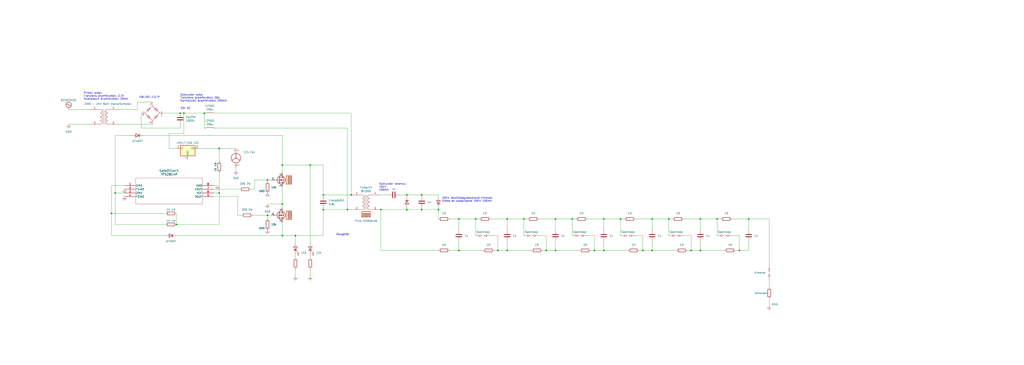
<source format=kicad_sch>
(kicad_sch (version 20230121) (generator eeschema)

  (uuid 9392239a-080e-494c-9631-52795ab1ab87)

  (paper "User" 699.999 250.012)

  (lib_symbols
    (symbol "Device:C" (pin_numbers hide) (pin_names (offset 0.254)) (in_bom yes) (on_board yes)
      (property "Reference" "C" (at 0.635 2.54 0)
        (effects (font (size 1.27 1.27)) (justify left))
      )
      (property "Value" "C" (at 0.635 -2.54 0)
        (effects (font (size 1.27 1.27)) (justify left))
      )
      (property "Footprint" "" (at 0.9652 -3.81 0)
        (effects (font (size 1.27 1.27)) hide)
      )
      (property "Datasheet" "~" (at 0 0 0)
        (effects (font (size 1.27 1.27)) hide)
      )
      (property "ki_keywords" "cap capacitor" (at 0 0 0)
        (effects (font (size 1.27 1.27)) hide)
      )
      (property "ki_description" "Unpolarized capacitor" (at 0 0 0)
        (effects (font (size 1.27 1.27)) hide)
      )
      (property "ki_fp_filters" "C_*" (at 0 0 0)
        (effects (font (size 1.27 1.27)) hide)
      )
      (symbol "C_0_1"
        (polyline
          (pts
            (xy -2.032 -0.762)
            (xy 2.032 -0.762)
          )
          (stroke (width 0.508) (type default))
          (fill (type none))
        )
        (polyline
          (pts
            (xy -2.032 0.762)
            (xy 2.032 0.762)
          )
          (stroke (width 0.508) (type default))
          (fill (type none))
        )
      )
      (symbol "C_1_1"
        (pin passive line (at 0 3.81 270) (length 2.794)
          (name "~" (effects (font (size 1.27 1.27))))
          (number "1" (effects (font (size 1.27 1.27))))
        )
        (pin passive line (at 0 -3.81 90) (length 2.794)
          (name "~" (effects (font (size 1.27 1.27))))
          (number "2" (effects (font (size 1.27 1.27))))
        )
      )
    )
    (symbol "Device:D" (pin_numbers hide) (pin_names (offset 1.016) hide) (in_bom yes) (on_board yes)
      (property "Reference" "D" (at 0 2.54 0)
        (effects (font (size 1.27 1.27)))
      )
      (property "Value" "D" (at 0 -2.54 0)
        (effects (font (size 1.27 1.27)))
      )
      (property "Footprint" "" (at 0 0 0)
        (effects (font (size 1.27 1.27)) hide)
      )
      (property "Datasheet" "~" (at 0 0 0)
        (effects (font (size 1.27 1.27)) hide)
      )
      (property "Sim.Device" "D" (at 0 0 0)
        (effects (font (size 1.27 1.27)) hide)
      )
      (property "Sim.Pins" "1=K 2=A" (at 0 0 0)
        (effects (font (size 1.27 1.27)) hide)
      )
      (property "ki_keywords" "diode" (at 0 0 0)
        (effects (font (size 1.27 1.27)) hide)
      )
      (property "ki_description" "Diode" (at 0 0 0)
        (effects (font (size 1.27 1.27)) hide)
      )
      (property "ki_fp_filters" "TO-???* *_Diode_* *SingleDiode* D_*" (at 0 0 0)
        (effects (font (size 1.27 1.27)) hide)
      )
      (symbol "D_0_1"
        (polyline
          (pts
            (xy -1.27 1.27)
            (xy -1.27 -1.27)
          )
          (stroke (width 0.254) (type default))
          (fill (type none))
        )
        (polyline
          (pts
            (xy 1.27 0)
            (xy -1.27 0)
          )
          (stroke (width 0) (type default))
          (fill (type none))
        )
        (polyline
          (pts
            (xy 1.27 1.27)
            (xy 1.27 -1.27)
            (xy -1.27 0)
            (xy 1.27 1.27)
          )
          (stroke (width 0.254) (type default))
          (fill (type none))
        )
      )
      (symbol "D_1_1"
        (pin passive line (at -3.81 0 0) (length 2.54)
          (name "K" (effects (font (size 1.27 1.27))))
          (number "1" (effects (font (size 1.27 1.27))))
        )
        (pin passive line (at 3.81 0 180) (length 2.54)
          (name "A" (effects (font (size 1.27 1.27))))
          (number "2" (effects (font (size 1.27 1.27))))
        )
      )
    )
    (symbol "Device:L" (pin_numbers hide) (pin_names (offset 1.016) hide) (in_bom yes) (on_board yes)
      (property "Reference" "L" (at -1.27 0 90)
        (effects (font (size 1.27 1.27)))
      )
      (property "Value" "L" (at 1.905 0 90)
        (effects (font (size 1.27 1.27)))
      )
      (property "Footprint" "" (at 0 0 0)
        (effects (font (size 1.27 1.27)) hide)
      )
      (property "Datasheet" "~" (at 0 0 0)
        (effects (font (size 1.27 1.27)) hide)
      )
      (property "ki_keywords" "inductor choke coil reactor magnetic" (at 0 0 0)
        (effects (font (size 1.27 1.27)) hide)
      )
      (property "ki_description" "Inductor" (at 0 0 0)
        (effects (font (size 1.27 1.27)) hide)
      )
      (property "ki_fp_filters" "Choke_* *Coil* Inductor_* L_*" (at 0 0 0)
        (effects (font (size 1.27 1.27)) hide)
      )
      (symbol "L_0_1"
        (arc (start 0 -2.54) (mid 0.6323 -1.905) (end 0 -1.27)
          (stroke (width 0) (type default))
          (fill (type none))
        )
        (arc (start 0 -1.27) (mid 0.6323 -0.635) (end 0 0)
          (stroke (width 0) (type default))
          (fill (type none))
        )
        (arc (start 0 0) (mid 0.6323 0.635) (end 0 1.27)
          (stroke (width 0) (type default))
          (fill (type none))
        )
        (arc (start 0 1.27) (mid 0.6323 1.905) (end 0 2.54)
          (stroke (width 0) (type default))
          (fill (type none))
        )
      )
      (symbol "L_1_1"
        (pin passive line (at 0 3.81 270) (length 1.27)
          (name "1" (effects (font (size 1.27 1.27))))
          (number "1" (effects (font (size 1.27 1.27))))
        )
        (pin passive line (at 0 -3.81 90) (length 1.27)
          (name "2" (effects (font (size 1.27 1.27))))
          (number "2" (effects (font (size 1.27 1.27))))
        )
      )
    )
    (symbol "Device:LED" (pin_numbers hide) (pin_names (offset 1.016) hide) (in_bom yes) (on_board yes)
      (property "Reference" "D" (at 0 2.54 0)
        (effects (font (size 1.27 1.27)))
      )
      (property "Value" "LED" (at 0 -2.54 0)
        (effects (font (size 1.27 1.27)))
      )
      (property "Footprint" "" (at 0 0 0)
        (effects (font (size 1.27 1.27)) hide)
      )
      (property "Datasheet" "~" (at 0 0 0)
        (effects (font (size 1.27 1.27)) hide)
      )
      (property "ki_keywords" "LED diode" (at 0 0 0)
        (effects (font (size 1.27 1.27)) hide)
      )
      (property "ki_description" "Light emitting diode" (at 0 0 0)
        (effects (font (size 1.27 1.27)) hide)
      )
      (property "ki_fp_filters" "LED* LED_SMD:* LED_THT:*" (at 0 0 0)
        (effects (font (size 1.27 1.27)) hide)
      )
      (symbol "LED_0_1"
        (polyline
          (pts
            (xy -1.27 -1.27)
            (xy -1.27 1.27)
          )
          (stroke (width 0.254) (type default))
          (fill (type none))
        )
        (polyline
          (pts
            (xy -1.27 0)
            (xy 1.27 0)
          )
          (stroke (width 0) (type default))
          (fill (type none))
        )
        (polyline
          (pts
            (xy 1.27 -1.27)
            (xy 1.27 1.27)
            (xy -1.27 0)
            (xy 1.27 -1.27)
          )
          (stroke (width 0.254) (type default))
          (fill (type none))
        )
        (polyline
          (pts
            (xy -3.048 -0.762)
            (xy -4.572 -2.286)
            (xy -3.81 -2.286)
            (xy -4.572 -2.286)
            (xy -4.572 -1.524)
          )
          (stroke (width 0) (type default))
          (fill (type none))
        )
        (polyline
          (pts
            (xy -1.778 -0.762)
            (xy -3.302 -2.286)
            (xy -2.54 -2.286)
            (xy -3.302 -2.286)
            (xy -3.302 -1.524)
          )
          (stroke (width 0) (type default))
          (fill (type none))
        )
      )
      (symbol "LED_1_1"
        (pin passive line (at -3.81 0 0) (length 2.54)
          (name "K" (effects (font (size 1.27 1.27))))
          (number "1" (effects (font (size 1.27 1.27))))
        )
        (pin passive line (at 3.81 0 180) (length 2.54)
          (name "A" (effects (font (size 1.27 1.27))))
          (number "2" (effects (font (size 1.27 1.27))))
        )
      )
    )
    (symbol "Device:R" (pin_numbers hide) (pin_names (offset 0)) (in_bom yes) (on_board yes)
      (property "Reference" "R" (at 2.032 0 90)
        (effects (font (size 1.27 1.27)))
      )
      (property "Value" "R" (at 0 0 90)
        (effects (font (size 1.27 1.27)))
      )
      (property "Footprint" "" (at -1.778 0 90)
        (effects (font (size 1.27 1.27)) hide)
      )
      (property "Datasheet" "~" (at 0 0 0)
        (effects (font (size 1.27 1.27)) hide)
      )
      (property "ki_keywords" "R res resistor" (at 0 0 0)
        (effects (font (size 1.27 1.27)) hide)
      )
      (property "ki_description" "Resistor" (at 0 0 0)
        (effects (font (size 1.27 1.27)) hide)
      )
      (property "ki_fp_filters" "R_*" (at 0 0 0)
        (effects (font (size 1.27 1.27)) hide)
      )
      (symbol "R_0_1"
        (rectangle (start -1.016 -2.54) (end 1.016 2.54)
          (stroke (width 0.254) (type default))
          (fill (type none))
        )
      )
      (symbol "R_1_1"
        (pin passive line (at 0 3.81 270) (length 1.27)
          (name "~" (effects (font (size 1.27 1.27))))
          (number "1" (effects (font (size 1.27 1.27))))
        )
        (pin passive line (at 0 -3.81 90) (length 1.27)
          (name "~" (effects (font (size 1.27 1.27))))
          (number "2" (effects (font (size 1.27 1.27))))
        )
      )
    )
    (symbol "Device:SparkGap" (pin_numbers hide) (pin_names (offset 0)) (in_bom yes) (on_board yes)
      (property "Reference" "E" (at 0 2.032 0)
        (effects (font (size 1.27 1.27)))
      )
      (property "Value" "SparkGap" (at 0 -1.905 0)
        (effects (font (size 1.27 1.27)))
      )
      (property "Footprint" "" (at 0 -1.778 0)
        (effects (font (size 1.27 1.27)) hide)
      )
      (property "Datasheet" "~" (at 0 0 90)
        (effects (font (size 1.27 1.27)) hide)
      )
      (property "ki_keywords" "spark gap ESD electrostatic suppression" (at 0 0 0)
        (effects (font (size 1.27 1.27)) hide)
      )
      (property "ki_description" "Spark gap" (at 0 0 0)
        (effects (font (size 1.27 1.27)) hide)
      )
      (property "ki_fp_filters" "SG*" (at 0 0 0)
        (effects (font (size 1.27 1.27)) hide)
      )
      (symbol "SparkGap_0_1"
        (polyline
          (pts
            (xy -2.54 0.635)
            (xy -2.54 -0.635)
            (xy -0.635 0)
            (xy -2.54 0.635)
          )
          (stroke (width 0) (type default))
          (fill (type none))
        )
        (polyline
          (pts
            (xy 2.54 0.635)
            (xy 2.54 -0.635)
            (xy 0.635 0)
            (xy 2.54 0.635)
          )
          (stroke (width 0) (type default))
          (fill (type none))
        )
      )
      (symbol "SparkGap_1_1"
        (pin passive line (at -5.08 0 0) (length 2.54)
          (name "~" (effects (font (size 1.27 1.27))))
          (number "1" (effects (font (size 1.27 1.27))))
        )
        (pin passive line (at 5.08 0 180) (length 2.54)
          (name "~" (effects (font (size 1.27 1.27))))
          (number "2" (effects (font (size 1.27 1.27))))
        )
      )
    )
    (symbol "Device:Transformer_1P_1S" (pin_names (offset 1.016) hide) (in_bom yes) (on_board yes)
      (property "Reference" "T" (at 0 6.35 0)
        (effects (font (size 1.27 1.27)))
      )
      (property "Value" "Transformer_1P_1S" (at 0 -7.62 0)
        (effects (font (size 1.27 1.27)))
      )
      (property "Footprint" "" (at 0 0 0)
        (effects (font (size 1.27 1.27)) hide)
      )
      (property "Datasheet" "~" (at 0 0 0)
        (effects (font (size 1.27 1.27)) hide)
      )
      (property "ki_keywords" "transformer coil magnet" (at 0 0 0)
        (effects (font (size 1.27 1.27)) hide)
      )
      (property "ki_description" "Transformer, single primary, single secondary" (at 0 0 0)
        (effects (font (size 1.27 1.27)) hide)
      )
      (symbol "Transformer_1P_1S_0_1"
        (arc (start -2.54 -5.0546) (mid -1.6599 -4.6901) (end -1.27 -3.81)
          (stroke (width 0) (type default))
          (fill (type none))
        )
        (arc (start -2.54 -2.5146) (mid -1.6599 -2.1501) (end -1.27 -1.27)
          (stroke (width 0) (type default))
          (fill (type none))
        )
        (arc (start -2.54 0.0254) (mid -1.6599 0.3899) (end -1.27 1.27)
          (stroke (width 0) (type default))
          (fill (type none))
        )
        (arc (start -2.54 2.5654) (mid -1.6599 2.9299) (end -1.27 3.81)
          (stroke (width 0) (type default))
          (fill (type none))
        )
        (arc (start -1.27 -3.81) (mid -1.642 -2.912) (end -2.54 -2.54)
          (stroke (width 0) (type default))
          (fill (type none))
        )
        (arc (start -1.27 -1.27) (mid -1.642 -0.372) (end -2.54 0)
          (stroke (width 0) (type default))
          (fill (type none))
        )
        (arc (start -1.27 1.27) (mid -1.642 2.168) (end -2.54 2.54)
          (stroke (width 0) (type default))
          (fill (type none))
        )
        (arc (start -1.27 3.81) (mid -1.642 4.708) (end -2.54 5.08)
          (stroke (width 0) (type default))
          (fill (type none))
        )
        (polyline
          (pts
            (xy -0.635 5.08)
            (xy -0.635 -5.08)
          )
          (stroke (width 0) (type default))
          (fill (type none))
        )
        (polyline
          (pts
            (xy 0.635 -5.08)
            (xy 0.635 5.08)
          )
          (stroke (width 0) (type default))
          (fill (type none))
        )
        (arc (start 1.2954 -1.27) (mid 1.6599 -2.1501) (end 2.54 -2.5146)
          (stroke (width 0) (type default))
          (fill (type none))
        )
        (arc (start 1.2954 1.27) (mid 1.6599 0.3899) (end 2.54 0.0254)
          (stroke (width 0) (type default))
          (fill (type none))
        )
        (arc (start 1.2954 3.81) (mid 1.6599 2.9299) (end 2.54 2.5654)
          (stroke (width 0) (type default))
          (fill (type none))
        )
        (arc (start 1.3208 -3.81) (mid 1.6853 -4.6901) (end 2.5654 -5.0546)
          (stroke (width 0) (type default))
          (fill (type none))
        )
        (arc (start 2.54 0) (mid 1.642 -0.372) (end 1.2954 -1.27)
          (stroke (width 0) (type default))
          (fill (type none))
        )
        (arc (start 2.54 2.54) (mid 1.642 2.168) (end 1.2954 1.27)
          (stroke (width 0) (type default))
          (fill (type none))
        )
        (arc (start 2.54 5.08) (mid 1.642 4.708) (end 1.2954 3.81)
          (stroke (width 0) (type default))
          (fill (type none))
        )
        (arc (start 2.5654 -2.54) (mid 1.6674 -2.912) (end 1.3208 -3.81)
          (stroke (width 0) (type default))
          (fill (type none))
        )
      )
      (symbol "Transformer_1P_1S_1_1"
        (pin passive line (at -10.16 5.08 0) (length 7.62)
          (name "AA" (effects (font (size 1.27 1.27))))
          (number "1" (effects (font (size 1.27 1.27))))
        )
        (pin passive line (at -10.16 -5.08 0) (length 7.62)
          (name "AB" (effects (font (size 1.27 1.27))))
          (number "2" (effects (font (size 1.27 1.27))))
        )
        (pin passive line (at 10.16 -5.08 180) (length 7.62)
          (name "SA" (effects (font (size 1.27 1.27))))
          (number "3" (effects (font (size 1.27 1.27))))
        )
        (pin passive line (at 10.16 5.08 180) (length 7.62)
          (name "SB" (effects (font (size 1.27 1.27))))
          (number "4" (effects (font (size 1.27 1.27))))
        )
      )
    )
    (symbol "Diode_Bridge:KBPC1504T" (pin_names (offset 0)) (in_bom yes) (on_board yes)
      (property "Reference" "D" (at 7.62 7.62 0)
        (effects (font (size 1.27 1.27)))
      )
      (property "Value" "KBPC1504T" (at 7.62 5.08 0)
        (effects (font (size 1.27 1.27)))
      )
      (property "Footprint" "Diode_THT:Diode_Bridge_Round_D9.8mm" (at 3.81 3.175 0)
        (effects (font (size 1.27 1.27)) (justify left) hide)
      )
      (property "Datasheet" "https://www.diodemodule.com/bridge-rectifier/kbpc/kbpc1504t.pdf" (at 22.86 0 0)
        (effects (font (size 1.27 1.27)) hide)
      )
      (property "ki_keywords" "diode full" (at 0 0 0)
        (effects (font (size 1.27 1.27)) hide)
      )
      (property "ki_description" "Single-Phase Bridge Rectifier, 280V Vrms, 15A If, KBPC-T(FP)" (at 0 0 0)
        (effects (font (size 1.27 1.27)) hide)
      )
      (property "ki_fp_filters" "Diode*Bridge*KBPC?T*" (at 0 0 0)
        (effects (font (size 1.27 1.27)) hide)
      )
      (symbol "KBPC1504T_0_1"
        (polyline
          (pts
            (xy -2.54 3.81)
            (xy -1.27 2.54)
          )
          (stroke (width 0) (type default))
          (fill (type none))
        )
        (polyline
          (pts
            (xy -1.27 -2.54)
            (xy -2.54 -3.81)
          )
          (stroke (width 0) (type default))
          (fill (type none))
        )
        (polyline
          (pts
            (xy 2.54 -1.27)
            (xy 3.81 -2.54)
          )
          (stroke (width 0) (type default))
          (fill (type none))
        )
        (polyline
          (pts
            (xy 2.54 1.27)
            (xy 3.81 2.54)
          )
          (stroke (width 0) (type default))
          (fill (type none))
        )
        (polyline
          (pts
            (xy -3.81 2.54)
            (xy -2.54 1.27)
            (xy -1.905 3.175)
            (xy -3.81 2.54)
          )
          (stroke (width 0) (type default))
          (fill (type none))
        )
        (polyline
          (pts
            (xy -2.54 -1.27)
            (xy -3.81 -2.54)
            (xy -1.905 -3.175)
            (xy -2.54 -1.27)
          )
          (stroke (width 0) (type default))
          (fill (type none))
        )
        (polyline
          (pts
            (xy 1.27 2.54)
            (xy 2.54 3.81)
            (xy 3.175 1.905)
            (xy 1.27 2.54)
          )
          (stroke (width 0) (type default))
          (fill (type none))
        )
        (polyline
          (pts
            (xy 3.175 -1.905)
            (xy 1.27 -2.54)
            (xy 2.54 -3.81)
            (xy 3.175 -1.905)
          )
          (stroke (width 0) (type default))
          (fill (type none))
        )
        (polyline
          (pts
            (xy -5.08 0)
            (xy 0 -5.08)
            (xy 5.08 0)
            (xy 0 5.08)
            (xy -5.08 0)
          )
          (stroke (width 0) (type default))
          (fill (type none))
        )
      )
      (symbol "KBPC1504T_1_1"
        (pin passive line (at 7.62 0 180) (length 2.54)
          (name "+" (effects (font (size 1.27 1.27))))
          (number "1" (effects (font (size 1.27 1.27))))
        )
        (pin passive line (at 0 -7.62 90) (length 2.54)
          (name "~" (effects (font (size 1.27 1.27))))
          (number "2" (effects (font (size 1.27 1.27))))
        )
        (pin passive line (at -7.62 0 0) (length 2.54)
          (name "-" (effects (font (size 1.27 1.27))))
          (number "3" (effects (font (size 1.27 1.27))))
        )
        (pin passive line (at 0 7.62 270) (length 2.54)
          (name "~" (effects (font (size 1.27 1.27))))
          (number "4" (effects (font (size 1.27 1.27))))
        )
      )
    )
    (symbol "Mechanical:Heatsink" (pin_names (offset 1.016)) (in_bom yes) (on_board yes)
      (property "Reference" "HS" (at 0 5.08 0)
        (effects (font (size 1.27 1.27)))
      )
      (property "Value" "Heatsink" (at 0 -1.27 0)
        (effects (font (size 1.27 1.27)))
      )
      (property "Footprint" "" (at 0.3048 0 0)
        (effects (font (size 1.27 1.27)) hide)
      )
      (property "Datasheet" "~" (at 0.3048 0 0)
        (effects (font (size 1.27 1.27)) hide)
      )
      (property "ki_keywords" "thermal heat temperature" (at 0 0 0)
        (effects (font (size 1.27 1.27)) hide)
      )
      (property "ki_description" "Heatsink" (at 0 0 0)
        (effects (font (size 1.27 1.27)) hide)
      )
      (property "ki_fp_filters" "Heatsink_*" (at 0 0 0)
        (effects (font (size 1.27 1.27)) hide)
      )
      (symbol "Heatsink_0_1"
        (polyline
          (pts
            (xy -0.3302 1.27)
            (xy -0.9652 1.27)
            (xy -0.9652 3.81)
            (xy -1.6002 3.81)
            (xy -1.6002 1.27)
            (xy -2.2352 1.27)
            (xy -2.2352 3.81)
            (xy -2.8702 3.81)
            (xy -2.8702 0)
            (xy -0.9652 0)
          )
          (stroke (width 0.254) (type default))
          (fill (type background))
        )
        (polyline
          (pts
            (xy -0.3302 1.27)
            (xy -0.3302 3.81)
            (xy 0.3048 3.81)
            (xy 0.3048 1.27)
            (xy 0.9398 1.27)
            (xy 0.9398 3.81)
            (xy 1.5748 3.81)
            (xy 1.5748 1.27)
            (xy 2.2098 1.27)
            (xy 2.2098 3.81)
            (xy 2.8448 3.81)
            (xy 2.8448 0)
            (xy -0.9652 0)
          )
          (stroke (width 0.254) (type default))
          (fill (type background))
        )
      )
    )
    (symbol "Motor:Fan" (pin_names (offset 0)) (in_bom yes) (on_board yes)
      (property "Reference" "M" (at 2.54 5.08 0)
        (effects (font (size 1.27 1.27)) (justify left))
      )
      (property "Value" "Fan" (at 2.54 -2.54 0)
        (effects (font (size 1.27 1.27)) (justify left top))
      )
      (property "Footprint" "" (at 0 0.254 0)
        (effects (font (size 1.27 1.27)) hide)
      )
      (property "Datasheet" "~" (at 0 0.254 0)
        (effects (font (size 1.27 1.27)) hide)
      )
      (property "ki_keywords" "Fan Motor" (at 0 0 0)
        (effects (font (size 1.27 1.27)) hide)
      )
      (property "ki_description" "Fan" (at 0 0 0)
        (effects (font (size 1.27 1.27)) hide)
      )
      (property "ki_fp_filters" "PinHeader*P2.54mm* TerminalBlock*" (at 0 0 0)
        (effects (font (size 1.27 1.27)) hide)
      )
      (symbol "Fan_0_1"
        (arc (start -2.54 -0.508) (mid 0.0028 0.9121) (end 0 3.81)
          (stroke (width 0) (type default))
          (fill (type none))
        )
        (polyline
          (pts
            (xy 0 -5.08)
            (xy 0 -4.572)
          )
          (stroke (width 0) (type default))
          (fill (type none))
        )
        (polyline
          (pts
            (xy 0 -2.2352)
            (xy 0 -2.6416)
          )
          (stroke (width 0) (type default))
          (fill (type none))
        )
        (polyline
          (pts
            (xy 0 4.2672)
            (xy 0 4.6228)
          )
          (stroke (width 0) (type default))
          (fill (type none))
        )
        (polyline
          (pts
            (xy 0 4.572)
            (xy 0 5.08)
          )
          (stroke (width 0) (type default))
          (fill (type none))
        )
        (circle (center 0 1.016) (radius 3.2512)
          (stroke (width 0.254) (type default))
          (fill (type none))
        )
        (arc (start 0 3.81) (mid 0.053 0.921) (end 2.54 -0.508)
          (stroke (width 0) (type default))
          (fill (type none))
        )
        (arc (start 2.54 -0.508) (mid 0 1.0618) (end -2.54 -0.508)
          (stroke (width 0) (type default))
          (fill (type none))
        )
      )
      (symbol "Fan_1_1"
        (pin passive line (at 0 7.62 270) (length 2.54)
          (name "+" (effects (font (size 1.27 1.27))))
          (number "1" (effects (font (size 1.27 1.27))))
        )
        (pin passive line (at 0 -5.08 90) (length 2.54)
          (name "-" (effects (font (size 1.27 1.27))))
          (number "2" (effects (font (size 1.27 1.27))))
        )
      )
    )
    (symbol "Regulator_Linear:LM117_TO3" (pin_names (offset 0.254)) (in_bom yes) (on_board yes)
      (property "Reference" "U" (at -3.81 3.175 0)
        (effects (font (size 1.27 1.27)))
      )
      (property "Value" "LM117_TO3" (at 0 3.175 0)
        (effects (font (size 1.27 1.27)) (justify left))
      )
      (property "Footprint" "Package_TO_SOT_THT:TO-3" (at 0 5.08 0)
        (effects (font (size 1.27 1.27) italic) hide)
      )
      (property "Datasheet" "http://www.ti.com/lit/ds/symlink/lm317.pdf" (at 0 0 0)
        (effects (font (size 1.27 1.27)) hide)
      )
      (property "ki_keywords" "Adjustable Voltage Regulator 1,5A Positive" (at 0 0 0)
        (effects (font (size 1.27 1.27)) hide)
      )
      (property "ki_description" "1,5A 35V Adjustable Linear Regulator, TO-3" (at 0 0 0)
        (effects (font (size 1.27 1.27)) hide)
      )
      (property "ki_fp_filters" "TO?3*" (at 0 0 0)
        (effects (font (size 1.27 1.27)) hide)
      )
      (symbol "LM117_TO3_0_1"
        (rectangle (start -5.08 1.905) (end 5.08 -5.08)
          (stroke (width 0.254) (type default))
          (fill (type background))
        )
      )
      (symbol "LM117_TO3_1_1"
        (pin input line (at 0 -7.62 90) (length 2.54)
          (name "ADJ" (effects (font (size 1.27 1.27))))
          (number "1" (effects (font (size 1.27 1.27))))
        )
        (pin power_in line (at -7.62 0 0) (length 2.54)
          (name "VI" (effects (font (size 1.27 1.27))))
          (number "2" (effects (font (size 1.27 1.27))))
        )
        (pin power_out line (at 7.62 0 180) (length 2.54)
          (name "VO" (effects (font (size 1.27 1.27))))
          (number "3" (effects (font (size 1.27 1.27))))
        )
      )
    )
    (symbol "Simulation_SPICE:NMOS" (pin_numbers hide) (pin_names (offset 0)) (in_bom yes) (on_board yes)
      (property "Reference" "Q" (at 5.08 1.27 0)
        (effects (font (size 1.27 1.27)) (justify left))
      )
      (property "Value" "NMOS" (at 5.08 -1.27 0)
        (effects (font (size 1.27 1.27)) (justify left))
      )
      (property "Footprint" "" (at 5.08 2.54 0)
        (effects (font (size 1.27 1.27)) hide)
      )
      (property "Datasheet" "https://ngspice.sourceforge.io/docs/ngspice-html-manual/manual.xhtml#cha_MOSFETs" (at 0 -12.7 0)
        (effects (font (size 1.27 1.27)) hide)
      )
      (property "Sim.Device" "NMOS" (at 0 -17.145 0)
        (effects (font (size 1.27 1.27)) hide)
      )
      (property "Sim.Type" "VDMOS" (at 0 -19.05 0)
        (effects (font (size 1.27 1.27)) hide)
      )
      (property "Sim.Pins" "1=D 2=G 3=S" (at 0 -15.24 0)
        (effects (font (size 1.27 1.27)) hide)
      )
      (property "ki_keywords" "transistor NMOS N-MOS N-MOSFET simulation" (at 0 0 0)
        (effects (font (size 1.27 1.27)) hide)
      )
      (property "ki_description" "N-MOSFET transistor, drain/source/gate" (at 0 0 0)
        (effects (font (size 1.27 1.27)) hide)
      )
      (symbol "NMOS_0_1"
        (polyline
          (pts
            (xy 0.254 0)
            (xy -2.54 0)
          )
          (stroke (width 0) (type default))
          (fill (type none))
        )
        (polyline
          (pts
            (xy 0.254 1.905)
            (xy 0.254 -1.905)
          )
          (stroke (width 0.254) (type default))
          (fill (type none))
        )
        (polyline
          (pts
            (xy 0.762 -1.27)
            (xy 0.762 -2.286)
          )
          (stroke (width 0.254) (type default))
          (fill (type none))
        )
        (polyline
          (pts
            (xy 0.762 0.508)
            (xy 0.762 -0.508)
          )
          (stroke (width 0.254) (type default))
          (fill (type none))
        )
        (polyline
          (pts
            (xy 0.762 2.286)
            (xy 0.762 1.27)
          )
          (stroke (width 0.254) (type default))
          (fill (type none))
        )
        (polyline
          (pts
            (xy 2.54 2.54)
            (xy 2.54 1.778)
          )
          (stroke (width 0) (type default))
          (fill (type none))
        )
        (polyline
          (pts
            (xy 2.54 -2.54)
            (xy 2.54 0)
            (xy 0.762 0)
          )
          (stroke (width 0) (type default))
          (fill (type none))
        )
        (polyline
          (pts
            (xy 0.762 -1.778)
            (xy 3.302 -1.778)
            (xy 3.302 1.778)
            (xy 0.762 1.778)
          )
          (stroke (width 0) (type default))
          (fill (type none))
        )
        (polyline
          (pts
            (xy 1.016 0)
            (xy 2.032 0.381)
            (xy 2.032 -0.381)
            (xy 1.016 0)
          )
          (stroke (width 0) (type default))
          (fill (type outline))
        )
        (polyline
          (pts
            (xy 2.794 0.508)
            (xy 2.921 0.381)
            (xy 3.683 0.381)
            (xy 3.81 0.254)
          )
          (stroke (width 0) (type default))
          (fill (type none))
        )
        (polyline
          (pts
            (xy 3.302 0.381)
            (xy 2.921 -0.254)
            (xy 3.683 -0.254)
            (xy 3.302 0.381)
          )
          (stroke (width 0) (type default))
          (fill (type none))
        )
        (circle (center 1.651 0) (radius 2.794)
          (stroke (width 0.254) (type default))
          (fill (type none))
        )
        (circle (center 2.54 -1.778) (radius 0.254)
          (stroke (width 0) (type default))
          (fill (type outline))
        )
        (circle (center 2.54 1.778) (radius 0.254)
          (stroke (width 0) (type default))
          (fill (type outline))
        )
      )
      (symbol "NMOS_1_1"
        (pin passive line (at 2.54 5.08 270) (length 2.54)
          (name "D" (effects (font (size 1.27 1.27))))
          (number "1" (effects (font (size 1.27 1.27))))
        )
        (pin input line (at -5.08 0 0) (length 2.54)
          (name "G" (effects (font (size 1.27 1.27))))
          (number "2" (effects (font (size 1.27 1.27))))
        )
        (pin passive line (at 2.54 -5.08 90) (length 2.54)
          (name "S" (effects (font (size 1.27 1.27))))
          (number "3" (effects (font (size 1.27 1.27))))
        )
      )
    )
    (symbol "TPS2814P:TPS2814P" (pin_names (offset 0.254)) (in_bom yes) (on_board yes)
      (property "Reference" "U" (at 30.48 10.16 0)
        (effects (font (size 1.524 1.524)))
      )
      (property "Value" "TPS2814P" (at 30.48 7.62 0)
        (effects (font (size 1.524 1.524)))
      )
      (property "Footprint" "P8" (at 0 0 0)
        (effects (font (size 1.27 1.27) italic) hide)
      )
      (property "Datasheet" "TPS2814P" (at 0 0 0)
        (effects (font (size 1.27 1.27) italic) hide)
      )
      (property "ki_locked" "" (at 0 0 0)
        (effects (font (size 1.27 1.27)))
      )
      (property "ki_keywords" "TPS2814P" (at 0 0 0)
        (effects (font (size 1.27 1.27)) hide)
      )
      (property "ki_fp_filters" "P8" (at 0 0 0)
        (effects (font (size 1.27 1.27)) hide)
      )
      (symbol "TPS2814P_0_1"
        (polyline
          (pts
            (xy 7.62 -12.7)
            (xy 53.34 -12.7)
          )
          (stroke (width 0.127) (type default))
          (fill (type none))
        )
        (polyline
          (pts
            (xy 7.62 5.08)
            (xy 7.62 -12.7)
          )
          (stroke (width 0.127) (type default))
          (fill (type none))
        )
        (polyline
          (pts
            (xy 53.34 -12.7)
            (xy 53.34 5.08)
          )
          (stroke (width 0.127) (type default))
          (fill (type none))
        )
        (polyline
          (pts
            (xy 53.34 5.08)
            (xy 7.62 5.08)
          )
          (stroke (width 0.127) (type default))
          (fill (type none))
        )
        (pin input line (at 0 0 0) (length 7.62)
          (name "1IN1" (effects (font (size 1.27 1.27))))
          (number "1" (effects (font (size 1.27 1.27))))
        )
        (pin input line (at 0 -2.54 0) (length 7.62)
          (name "*1IN2" (effects (font (size 1.27 1.27))))
          (number "2" (effects (font (size 1.27 1.27))))
        )
        (pin input line (at 0 -5.08 0) (length 7.62)
          (name "2IN1" (effects (font (size 1.27 1.27))))
          (number "3" (effects (font (size 1.27 1.27))))
        )
        (pin input line (at 0 -7.62 0) (length 7.62)
          (name "*2IN2" (effects (font (size 1.27 1.27))))
          (number "4" (effects (font (size 1.27 1.27))))
        )
        (pin output line (at 60.96 -7.62 180) (length 7.62)
          (name "2OUT" (effects (font (size 1.27 1.27))))
          (number "5" (effects (font (size 1.27 1.27))))
        )
        (pin power_in line (at 60.96 -5.08 180) (length 7.62)
          (name "VCC" (effects (font (size 1.27 1.27))))
          (number "6" (effects (font (size 1.27 1.27))))
        )
        (pin output line (at 60.96 -2.54 180) (length 7.62)
          (name "1OUT" (effects (font (size 1.27 1.27))))
          (number "7" (effects (font (size 1.27 1.27))))
        )
        (pin power_in line (at 60.96 0 180) (length 7.62)
          (name "GND" (effects (font (size 1.27 1.27))))
          (number "8" (effects (font (size 1.27 1.27))))
        )
      )
    )
    (symbol "power:GND" (power) (pin_names (offset 0)) (in_bom yes) (on_board yes)
      (property "Reference" "#PWR" (at 0 -6.35 0)
        (effects (font (size 1.27 1.27)) hide)
      )
      (property "Value" "GND" (at 0 -3.81 0)
        (effects (font (size 1.27 1.27)))
      )
      (property "Footprint" "" (at 0 0 0)
        (effects (font (size 1.27 1.27)) hide)
      )
      (property "Datasheet" "" (at 0 0 0)
        (effects (font (size 1.27 1.27)) hide)
      )
      (property "ki_keywords" "global power" (at 0 0 0)
        (effects (font (size 1.27 1.27)) hide)
      )
      (property "ki_description" "Power symbol creates a global label with name \"GND\" , ground" (at 0 0 0)
        (effects (font (size 1.27 1.27)) hide)
      )
      (symbol "GND_0_1"
        (polyline
          (pts
            (xy 0 0)
            (xy 0 -1.27)
            (xy 1.27 -1.27)
            (xy 0 -2.54)
            (xy -1.27 -1.27)
            (xy 0 -1.27)
          )
          (stroke (width 0) (type default))
          (fill (type none))
        )
      )
      (symbol "GND_1_1"
        (pin power_in line (at 0 0 270) (length 0) hide
          (name "GND" (effects (font (size 1.27 1.27))))
          (number "1" (effects (font (size 1.27 1.27))))
        )
      )
    )
    (symbol "power:VAC" (power) (pin_names (offset 0)) (in_bom yes) (on_board yes)
      (property "Reference" "#PWR" (at 0 -2.54 0)
        (effects (font (size 1.27 1.27)) hide)
      )
      (property "Value" "VAC" (at 0 6.35 0)
        (effects (font (size 1.27 1.27)))
      )
      (property "Footprint" "" (at 0 0 0)
        (effects (font (size 1.27 1.27)) hide)
      )
      (property "Datasheet" "" (at 0 0 0)
        (effects (font (size 1.27 1.27)) hide)
      )
      (property "ki_keywords" "global power" (at 0 0 0)
        (effects (font (size 1.27 1.27)) hide)
      )
      (property "ki_description" "Power symbol creates a global label with name \"VAC\"" (at 0 0 0)
        (effects (font (size 1.27 1.27)) hide)
      )
      (symbol "VAC_0_1"
        (polyline
          (pts
            (xy 0 0)
            (xy 0 1.27)
          )
          (stroke (width 0) (type default))
          (fill (type none))
        )
        (arc (start 0 3.175) (mid -0.635 3.8073) (end -1.27 3.175)
          (stroke (width 0.254) (type default))
          (fill (type none))
        )
        (arc (start 0 3.175) (mid 0.635 2.5427) (end 1.27 3.175)
          (stroke (width 0.254) (type default))
          (fill (type none))
        )
        (circle (center 0 3.175) (radius 1.905)
          (stroke (width 0.254) (type default))
          (fill (type none))
        )
      )
      (symbol "VAC_1_1"
        (pin power_in line (at 0 0 90) (length 0) hide
          (name "VAC" (effects (font (size 1.27 1.27))))
          (number "1" (effects (font (size 1.27 1.27))))
        )
      )
    )
  )

  (junction (at 288.29 143.51) (diameter 0) (color 0 0 0 0)
    (uuid 08754439-b958-4a42-9b47-a4decab063a0)
  )
  (junction (at 149.86 132.08) (diameter 0) (color 0 0 0 0)
    (uuid 0c4b8732-6e6d-4628-97eb-bd3a35ae0269)
  )
  (junction (at 125.73 77.47) (diameter 0) (color 0 0 0 0)
    (uuid 16b18ce8-d557-41b5-8a04-79acbd16cceb)
  )
  (junction (at 439.42 171.45) (diameter 0) (color 0 0 0 0)
    (uuid 16fb1da0-7174-4d41-bedd-214d5ea209de)
  )
  (junction (at 139.7 77.47) (diameter 0) (color 0 0 0 0)
    (uuid 18c6d4f0-0c81-4de8-9752-5a64eda7937c)
  )
  (junction (at 123.19 77.47) (diameter 0) (color 0 0 0 0)
    (uuid 1f618750-a688-4ca8-a563-c96278222c5d)
  )
  (junction (at 237.49 143.51) (diameter 0) (color 0 0 0 0)
    (uuid 27527c9f-55f7-48a7-922c-7d7004c04961)
  )
  (junction (at 220.98 143.51) (diameter 0) (color 0 0 0 0)
    (uuid 29a19665-a01a-4ba3-a7ff-2c857635ccca)
  )
  (junction (at 379.73 149.86) (diameter 0) (color 0 0 0 0)
    (uuid 3296242c-6815-4eb0-87eb-166e6b7562d7)
  )
  (junction (at 120.65 153.67) (diameter 0) (color 0 0 0 0)
    (uuid 36f31284-82c2-4b92-9015-ee3d1161b5e4)
  )
  (junction (at 313.69 171.45) (diameter 0) (color 0 0 0 0)
    (uuid 3b3df496-82a2-4209-bd65-39223ab5ba5a)
  )
  (junction (at 379.73 171.45) (diameter 0) (color 0 0 0 0)
    (uuid 3d8eacd9-dab7-4b4a-bdd2-c15ead06b0d6)
  )
  (junction (at 193.04 161.29) (diameter 0) (color 0 0 0 0)
    (uuid 3e80a105-9fa6-401c-905c-b3d9068e236b)
  )
  (junction (at 478.79 171.45) (diameter 0) (color 0 0 0 0)
    (uuid 42303978-6a7d-4793-ad2e-ee346cd11cdc)
  )
  (junction (at 76.2 146.05) (diameter 0) (color 0 0 0 0)
    (uuid 42d57778-04f0-4af7-a189-be6b092f7c51)
  )
  (junction (at 373.38 171.45) (diameter 0) (color 0 0 0 0)
    (uuid 43d3916e-c73f-4f02-9a20-837681788c07)
  )
  (junction (at 260.35 143.51) (diameter 0) (color 0 0 0 0)
    (uuid 469a3654-6622-4dc2-8baf-81374eefec4a)
  )
  (junction (at 412.75 171.45) (diameter 0) (color 0 0 0 0)
    (uuid 4de7b66a-3252-421e-92d4-b1a248994f5c)
  )
  (junction (at 478.79 149.86) (diameter 0) (color 0 0 0 0)
    (uuid 51dbd61e-6170-46b6-adfc-94e9c81a4d56)
  )
  (junction (at 346.71 149.86) (diameter 0) (color 0 0 0 0)
    (uuid 5d85bf2b-b6eb-46db-95c7-d3c6abcb6b05)
  )
  (junction (at 288.29 133.35) (diameter 0) (color 0 0 0 0)
    (uuid 5ee6ba59-f594-4ba7-826c-b9327819d70c)
  )
  (junction (at 182.88 147.32) (diameter 0) (color 0 0 0 0)
    (uuid 62c1c592-607f-4721-a919-fc6f72f6d389)
  )
  (junction (at 149.86 101.6) (diameter 0) (color 0 0 0 0)
    (uuid 72bf2664-9f6e-49cc-91ec-ee61dafe2fb9)
  )
  (junction (at 278.13 133.35) (diameter 0) (color 0 0 0 0)
    (uuid 7520e734-82e3-4d2f-9bb3-da9f1f7aee83)
  )
  (junction (at 299.72 143.51) (diameter 0) (color 0 0 0 0)
    (uuid 79dcf1ef-1054-4d11-82fc-5cb3400d516c)
  )
  (junction (at 358.14 149.86) (diameter 0) (color 0 0 0 0)
    (uuid 7b1a6454-57bb-4bdc-a354-7cd1e8628d0a)
  )
  (junction (at 511.81 149.86) (diameter 0) (color 0 0 0 0)
    (uuid 7e9c57c8-d658-4ec3-bc3d-ce3ed2df11af)
  )
  (junction (at 182.88 123.19) (diameter 0) (color 0 0 0 0)
    (uuid 84aa6bd7-b393-45ee-afd2-e4ba20925fe7)
  )
  (junction (at 193.04 113.03) (diameter 0) (color 0 0 0 0)
    (uuid 8cd3bd24-364c-49a4-95b5-e53284d2ad88)
  )
  (junction (at 472.44 171.45) (diameter 0) (color 0 0 0 0)
    (uuid 8d834bdd-1e11-4429-9e4a-29afc666e170)
  )
  (junction (at 424.18 149.86) (diameter 0) (color 0 0 0 0)
    (uuid 9169f2a7-ca44-4fa0-8720-f9df7a4bc34b)
  )
  (junction (at 212.09 113.03) (diameter 0) (color 0 0 0 0)
    (uuid 9c225ba8-194d-4760-8f60-fbf1391c3f8d)
  )
  (junction (at 406.4 171.45) (diameter 0) (color 0 0 0 0)
    (uuid 9d354789-b5c3-4b51-af93-65213605c9f2)
  )
  (junction (at 490.22 149.86) (diameter 0) (color 0 0 0 0)
    (uuid 9f144d38-f4f1-4ccd-8945-8a9f7e78c64d)
  )
  (junction (at 340.36 171.45) (diameter 0) (color 0 0 0 0)
    (uuid a0276817-d0df-484e-bcac-31ceb4677087)
  )
  (junction (at 278.13 143.51) (diameter 0) (color 0 0 0 0)
    (uuid a5e9f7cd-e851-43b8-8a71-97e3839f3ae7)
  )
  (junction (at 346.71 171.45) (diameter 0) (color 0 0 0 0)
    (uuid a7d23655-e098-45a5-865d-ed9f4c2da56e)
  )
  (junction (at 201.93 161.29) (diameter 0) (color 0 0 0 0)
    (uuid ae8d9af9-915e-4a92-9be7-bcf6b00def9c)
  )
  (junction (at 325.12 149.86) (diameter 0) (color 0 0 0 0)
    (uuid c2d5b555-cf30-4048-b505-38575d5e4bf5)
  )
  (junction (at 313.69 149.86) (diameter 0) (color 0 0 0 0)
    (uuid c77245db-574e-4cf5-ad5a-dbe2c19ed7e7)
  )
  (junction (at 445.77 149.86) (diameter 0) (color 0 0 0 0)
    (uuid c9337420-467c-4926-8927-9763707df166)
  )
  (junction (at 412.75 149.86) (diameter 0) (color 0 0 0 0)
    (uuid ca7a54c7-b2fb-40c7-bf72-fc5030020c2e)
  )
  (junction (at 220.98 133.35) (diameter 0) (color 0 0 0 0)
    (uuid cca70aa0-fc43-4c81-84ee-2049a441333d)
  )
  (junction (at 505.46 171.45) (diameter 0) (color 0 0 0 0)
    (uuid e3cdc19b-a291-4dda-865c-5fcac99de578)
  )
  (junction (at 240.03 133.35) (diameter 0) (color 0 0 0 0)
    (uuid e8cd170b-33a1-472d-9fa2-87b590dafcc5)
  )
  (junction (at 457.2 149.86) (diameter 0) (color 0 0 0 0)
    (uuid ebef8330-c642-4fcf-a36e-d284df89e4a3)
  )
  (junction (at 78.74 132.08) (diameter 0) (color 0 0 0 0)
    (uuid f7250204-2625-474f-90ff-fd6293f8c90a)
  )
  (junction (at 445.77 171.45) (diameter 0) (color 0 0 0 0)
    (uuid fb7d7db0-e3ed-4b40-9cc7-cd8861a22f14)
  )
  (junction (at 193.04 139.7) (diameter 0) (color 0 0 0 0)
    (uuid fc34a4c8-ab49-4081-b9cf-84fee40bd20c)
  )
  (junction (at 391.16 149.86) (diameter 0) (color 0 0 0 0)
    (uuid fd635576-f14d-453b-b3a3-508401936ef9)
  )

  (wire (pts (xy 299.72 133.35) (xy 299.72 134.62))
    (stroke (width 0) (type default))
    (uuid 0060c382-e92e-4ef5-abf1-1cdb28f0212a)
  )
  (wire (pts (xy 434.34 161.29) (xy 439.42 161.29))
    (stroke (width 0) (type default))
    (uuid 017c6057-8136-4845-930b-47f7d7aa43b6)
  )
  (wire (pts (xy 162.56 147.32) (xy 165.1 147.32))
    (stroke (width 0) (type default))
    (uuid 042393bf-57db-4718-adb8-24e758f39dbf)
  )
  (wire (pts (xy 201.93 173.99) (xy 201.93 176.53))
    (stroke (width 0) (type default))
    (uuid 04be4556-d812-427c-829f-e2082bb925a1)
  )
  (wire (pts (xy 445.77 171.45) (xy 439.42 171.45))
    (stroke (width 0) (type default))
    (uuid 062e4fba-f565-4c69-bd24-1d2f2c1aa108)
  )
  (wire (pts (xy 260.35 133.35) (xy 265.43 133.35))
    (stroke (width 0) (type default))
    (uuid 0724f393-37f5-4107-808c-3a6f31452598)
  )
  (wire (pts (xy 313.69 171.45) (xy 307.34 171.45))
    (stroke (width 0) (type default))
    (uuid 08b2f7fd-a17d-4cdb-bb3c-5bef0f1aca7c)
  )
  (wire (pts (xy 161.29 114.3) (xy 161.29 116.84))
    (stroke (width 0) (type default))
    (uuid 09352b62-84a5-416e-975d-815ff3eb3dd0)
  )
  (wire (pts (xy 193.04 161.29) (xy 193.04 152.4))
    (stroke (width 0) (type default))
    (uuid 0b6518f9-dd0e-47b6-8c77-b7dd581e20f3)
  )
  (wire (pts (xy 212.09 184.15) (xy 212.09 189.23))
    (stroke (width 0) (type default))
    (uuid 0c5fc982-52ed-4a2f-911e-c1472e9ba511)
  )
  (wire (pts (xy 123.19 77.47) (xy 125.73 77.47))
    (stroke (width 0) (type default))
    (uuid 0c7fa1bd-6133-4d04-b6fc-80d596f542e0)
  )
  (wire (pts (xy 525.78 149.86) (xy 525.78 181.61))
    (stroke (width 0) (type default))
    (uuid 113b2fe6-8e93-412e-abb9-760738d07a0d)
  )
  (wire (pts (xy 457.2 149.86) (xy 457.2 161.29))
    (stroke (width 0) (type default))
    (uuid 11c2e17b-c59b-440a-9ac5-484f87cc6a50)
  )
  (wire (pts (xy 490.22 149.86) (xy 490.22 161.29))
    (stroke (width 0) (type default))
    (uuid 1229624c-dfd2-4fc1-bd51-8e947ccce9e0)
  )
  (wire (pts (xy 115.57 91.44) (xy 125.73 91.44))
    (stroke (width 0) (type default))
    (uuid 13050c31-5998-40c8-acdf-91f0155b1f35)
  )
  (wire (pts (xy 288.29 143.51) (xy 278.13 143.51))
    (stroke (width 0) (type default))
    (uuid 147919f8-712f-4db8-9443-ee58bacd0201)
  )
  (wire (pts (xy 478.79 165.1) (xy 478.79 171.45))
    (stroke (width 0) (type default))
    (uuid 1754adae-e55c-4fc6-a5d5-a7b431434f82)
  )
  (wire (pts (xy 406.4 171.45) (xy 403.86 171.45))
    (stroke (width 0) (type default))
    (uuid 1b3a027b-e52b-4e8d-87a2-326849f50493)
  )
  (wire (pts (xy 125.73 91.44) (xy 125.73 77.47))
    (stroke (width 0) (type default))
    (uuid 1c2f8805-9d02-4a90-90b5-b09c55b5ce9b)
  )
  (wire (pts (xy 478.79 157.48) (xy 478.79 149.86))
    (stroke (width 0) (type default))
    (uuid 1ef96f2e-860c-4910-b733-cc10d4b07c68)
  )
  (wire (pts (xy 201.93 166.37) (xy 201.93 161.29))
    (stroke (width 0) (type default))
    (uuid 201cba9e-4356-478e-8abc-a5313ce2e936)
  )
  (wire (pts (xy 313.69 149.86) (xy 325.12 149.86))
    (stroke (width 0) (type default))
    (uuid 2031ff5e-028b-4d48-b93a-ea896efdd275)
  )
  (wire (pts (xy 76.2 161.29) (xy 76.2 146.05))
    (stroke (width 0) (type default))
    (uuid 20c87f52-8bc0-4f25-941a-6eb58b9b12f0)
  )
  (wire (pts (xy 288.29 133.35) (xy 299.72 133.35))
    (stroke (width 0) (type default))
    (uuid 22c8a2e7-8f99-4dfa-ae50-baac2e3a215f)
  )
  (wire (pts (xy 148.59 127) (xy 146.05 127))
    (stroke (width 0) (type default))
    (uuid 230c02b7-7895-4b24-a05b-724817d1e62b)
  )
  (wire (pts (xy 424.18 149.86) (xy 424.18 161.29))
    (stroke (width 0) (type default))
    (uuid 24ab09ae-e0a2-4e3e-b2b3-4883c069e3cc)
  )
  (wire (pts (xy 76.2 146.05) (xy 113.03 146.05))
    (stroke (width 0) (type default))
    (uuid 25ec81d2-0538-44b8-8d93-0b155f6bc7c1)
  )
  (wire (pts (xy 81.28 74.93) (xy 93.98 74.93))
    (stroke (width 0) (type default))
    (uuid 2881f6f7-0fd2-47ce-9ffa-6f0e17f1c24c)
  )
  (wire (pts (xy 472.44 161.29) (xy 472.44 171.45))
    (stroke (width 0) (type default))
    (uuid 2940b55b-9d24-4005-9aa6-68731bedf0d4)
  )
  (wire (pts (xy 172.72 147.32) (xy 182.88 147.32))
    (stroke (width 0) (type default))
    (uuid 29ed7017-e8b4-4e86-bccf-9fae83b27a8d)
  )
  (wire (pts (xy 525.78 191.77) (xy 525.78 196.85))
    (stroke (width 0) (type default))
    (uuid 2b074157-c02b-4f8e-ad18-a0fcefc8f3e7)
  )
  (wire (pts (xy 478.79 149.86) (xy 467.36 149.86))
    (stroke (width 0) (type default))
    (uuid 2c7b22fe-48d5-4f53-a5d9-642267da5c7c)
  )
  (wire (pts (xy 412.75 157.48) (xy 412.75 149.86))
    (stroke (width 0) (type default))
    (uuid 2c9bc09e-b803-48fe-a412-6dd74fd7bd76)
  )
  (wire (pts (xy 313.69 171.45) (xy 330.2 171.45))
    (stroke (width 0) (type default))
    (uuid 2d64c060-ed3e-4415-b02d-4784029b2a26)
  )
  (wire (pts (xy 111.76 77.47) (xy 123.19 77.47))
    (stroke (width 0) (type default))
    (uuid 2f7eb400-5930-443f-82e5-a096b234c0d9)
  )
  (wire (pts (xy 278.13 143.51) (xy 260.35 143.51))
    (stroke (width 0) (type default))
    (uuid 31732259-2559-430c-955d-6179ec866faa)
  )
  (wire (pts (xy 120.65 161.29) (xy 193.04 161.29))
    (stroke (width 0) (type default))
    (uuid 3300b13c-31c3-47d7-9ed6-f817336e27ac)
  )
  (wire (pts (xy 182.88 123.19) (xy 182.88 124.46))
    (stroke (width 0) (type default))
    (uuid 335bb50d-83ad-4ce8-8c36-19093794419c)
  )
  (wire (pts (xy 115.57 101.6) (xy 115.57 91.44))
    (stroke (width 0) (type default))
    (uuid 3466b213-2c64-425f-bb34-92c123e51070)
  )
  (wire (pts (xy 162.56 134.62) (xy 146.05 134.62))
    (stroke (width 0) (type default))
    (uuid 38013a58-5596-41c9-bb0a-bffaeaea2db3)
  )
  (wire (pts (xy 278.13 142.24) (xy 278.13 143.51))
    (stroke (width 0) (type default))
    (uuid 392fe3c3-98c9-4243-b0a9-31e1a945e69a)
  )
  (wire (pts (xy 511.81 157.48) (xy 511.81 149.86))
    (stroke (width 0) (type default))
    (uuid 42da4cc2-256c-4836-adf0-9a5c2d62e447)
  )
  (wire (pts (xy 424.18 149.86) (xy 426.72 149.86))
    (stroke (width 0) (type default))
    (uuid 4318a85d-61c2-4153-834c-8327e591f619)
  )
  (wire (pts (xy 472.44 171.45) (xy 469.9 171.45))
    (stroke (width 0) (type default))
    (uuid 45214b33-b20e-4bdc-81af-55df16839773)
  )
  (wire (pts (xy 96.52 77.47) (xy 96.52 87.63))
    (stroke (width 0) (type default))
    (uuid 463445b7-fd92-4ded-988c-c892a41f562f)
  )
  (wire (pts (xy 193.04 118.11) (xy 193.04 113.03))
    (stroke (width 0) (type default))
    (uuid 493aa77f-2ae3-4146-ba22-d648121c8d2d)
  )
  (wire (pts (xy 46.99 74.93) (xy 60.96 74.93))
    (stroke (width 0) (type default))
    (uuid 493dc43b-1ff2-4fe8-8ee7-c72b5f8ec826)
  )
  (wire (pts (xy 149.86 101.6) (xy 161.29 101.6))
    (stroke (width 0) (type default))
    (uuid 4e416b18-10e4-4b28-867d-7b314dd8a823)
  )
  (wire (pts (xy 379.73 149.86) (xy 391.16 149.86))
    (stroke (width 0) (type default))
    (uuid 4f0d1752-2ff4-4024-b66b-9a50c82f6259)
  )
  (wire (pts (xy 237.49 87.63) (xy 237.49 143.51))
    (stroke (width 0) (type default))
    (uuid 4f779c30-6aee-4af1-a21d-ab282d8ff9b5)
  )
  (wire (pts (xy 146.05 129.54) (xy 163.83 129.54))
    (stroke (width 0) (type default))
    (uuid 515c1cc4-c01d-4b27-b5e0-cff12f90fd4c)
  )
  (wire (pts (xy 346.71 149.86) (xy 335.28 149.86))
    (stroke (width 0) (type default))
    (uuid 5172bbf1-bc74-4a0c-966b-53a0519b35fd)
  )
  (wire (pts (xy 193.04 113.03) (xy 193.04 92.71))
    (stroke (width 0) (type default))
    (uuid 5201b23c-4c6b-4abf-9462-b0b717aaa057)
  )
  (wire (pts (xy 125.73 77.47) (xy 139.7 77.47))
    (stroke (width 0) (type default))
    (uuid 52a958c2-65ea-4257-8512-f5ad6715a8ad)
  )
  (wire (pts (xy 273.05 133.35) (xy 278.13 133.35))
    (stroke (width 0) (type default))
    (uuid 55280c3e-62ce-495d-ad61-a3b8347d9682)
  )
  (wire (pts (xy 193.04 128.27) (xy 193.04 139.7))
    (stroke (width 0) (type default))
    (uuid 574eea4c-51b8-48e9-a282-230f7308f704)
  )
  (wire (pts (xy 240.03 133.35) (xy 220.98 133.35))
    (stroke (width 0) (type default))
    (uuid 58423315-80d6-489b-a962-231320498e82)
  )
  (wire (pts (xy 340.36 161.29) (xy 340.36 171.45))
    (stroke (width 0) (type default))
    (uuid 587a5fc6-5323-4fc8-9389-dca22eb49d5d)
  )
  (wire (pts (xy 299.72 143.51) (xy 288.29 143.51))
    (stroke (width 0) (type default))
    (uuid 59e050ec-8172-42f3-9385-b056762f853c)
  )
  (wire (pts (xy 149.86 118.11) (xy 149.86 132.08))
    (stroke (width 0) (type default))
    (uuid 5a81080b-7715-4755-a8fd-ae47289e951e)
  )
  (wire (pts (xy 325.12 149.86) (xy 327.66 149.86))
    (stroke (width 0) (type default))
    (uuid 5b325193-6c63-4073-8204-b66369c6acad)
  )
  (wire (pts (xy 220.98 142.24) (xy 220.98 143.51))
    (stroke (width 0) (type default))
    (uuid 5b8b4f3b-0fb2-4bf4-a289-85d3801b0ca1)
  )
  (wire (pts (xy 81.28 85.09) (xy 104.14 85.09))
    (stroke (width 0) (type default))
    (uuid 5d2d3ea5-e711-4ce1-80ed-2d1cdf53ab29)
  )
  (wire (pts (xy 445.77 149.86) (xy 457.2 149.86))
    (stroke (width 0) (type default))
    (uuid 5e4bcdee-9bdf-44b5-96c5-d76765003b04)
  )
  (wire (pts (xy 193.04 161.29) (xy 201.93 161.29))
    (stroke (width 0) (type default))
    (uuid 5ee6440a-a6b1-4e42-8f4a-ee4f567e96e9)
  )
  (wire (pts (xy 500.38 161.29) (xy 505.46 161.29))
    (stroke (width 0) (type default))
    (uuid 60c1dc52-9283-4ebb-9c15-1816634592a8)
  )
  (wire (pts (xy 511.81 171.45) (xy 505.46 171.45))
    (stroke (width 0) (type default))
    (uuid 63350105-ec06-46c8-8bc9-bd4f6e0346ee)
  )
  (wire (pts (xy 412.75 149.86) (xy 401.32 149.86))
    (stroke (width 0) (type default))
    (uuid 66aaf73f-e112-451c-86df-940cd461b425)
  )
  (wire (pts (xy 439.42 171.45) (xy 436.88 171.45))
    (stroke (width 0) (type default))
    (uuid 675f530d-c571-4f03-ae44-8e5bf2d79a01)
  )
  (wire (pts (xy 412.75 149.86) (xy 424.18 149.86))
    (stroke (width 0) (type default))
    (uuid 6879b4a6-1d26-4874-bcf4-6bd840f55eb3)
  )
  (wire (pts (xy 78.74 132.08) (xy 78.74 92.71))
    (stroke (width 0) (type default))
    (uuid 68929770-d166-4de2-b990-19d15b35dd0e)
  )
  (wire (pts (xy 212.09 173.99) (xy 212.09 176.53))
    (stroke (width 0) (type default))
    (uuid 69a7de2a-413e-482e-94c5-bdd49b8a6ae9)
  )
  (wire (pts (xy 182.88 147.32) (xy 182.88 149.86))
    (stroke (width 0) (type default))
    (uuid 69e1d894-7a23-4b34-8406-cf792593dc76)
  )
  (wire (pts (xy 115.57 101.6) (xy 120.65 101.6))
    (stroke (width 0) (type default))
    (uuid 6ac5d39e-030b-44b2-8eda-20c5cb687a5c)
  )
  (wire (pts (xy 346.71 165.1) (xy 346.71 171.45))
    (stroke (width 0) (type default))
    (uuid 6db58684-493a-4c86-8db3-a7e1c393e34d)
  )
  (wire (pts (xy 313.69 157.48) (xy 313.69 149.86))
    (stroke (width 0) (type default))
    (uuid 6f7fedd2-3e00-409e-88c8-90084a1d407c)
  )
  (wire (pts (xy 76.2 146.05) (xy 76.2 127))
    (stroke (width 0) (type default))
    (uuid 6f955d77-6a00-4de7-bc37-a4343cf57ff9)
  )
  (wire (pts (xy 182.88 147.32) (xy 185.42 147.32))
    (stroke (width 0) (type default))
    (uuid 79f844e7-6f0f-4e3e-a86d-f66f2759ca43)
  )
  (wire (pts (xy 97.79 92.71) (xy 193.04 92.71))
    (stroke (width 0) (type default))
    (uuid 7a639bff-9ede-46c8-876b-72802279c057)
  )
  (wire (pts (xy 78.74 92.71) (xy 90.17 92.71))
    (stroke (width 0) (type default))
    (uuid 7a9a0561-a75c-4fcd-a7cd-5f45228fff59)
  )
  (wire (pts (xy 182.88 139.7) (xy 193.04 139.7))
    (stroke (width 0) (type default))
    (uuid 7ac317e9-0ea1-4f6a-abc8-cc9388d30b06)
  )
  (wire (pts (xy 113.03 153.67) (xy 78.74 153.67))
    (stroke (width 0) (type default))
    (uuid 7b42e646-afac-4136-a324-65db7961c08e)
  )
  (wire (pts (xy 46.99 85.09) (xy 60.96 85.09))
    (stroke (width 0) (type default))
    (uuid 8104e326-9eae-4610-84ae-c4e041490421)
  )
  (wire (pts (xy 525.78 204.47) (xy 525.78 209.55))
    (stroke (width 0) (type default))
    (uuid 81179933-06b9-4cf3-8991-4552b2ccb335)
  )
  (wire (pts (xy 445.77 157.48) (xy 445.77 149.86))
    (stroke (width 0) (type default))
    (uuid 82dbb845-6601-4522-8f1b-376d1a42f873)
  )
  (wire (pts (xy 220.98 143.51) (xy 237.49 143.51))
    (stroke (width 0) (type default))
    (uuid 82f6f2a2-f447-4a7f-b7ab-a52f449e8317)
  )
  (wire (pts (xy 391.16 149.86) (xy 393.7 149.86))
    (stroke (width 0) (type default))
    (uuid 830450b6-6817-4135-abbf-9a552db79670)
  )
  (wire (pts (xy 220.98 133.35) (xy 220.98 134.62))
    (stroke (width 0) (type default))
    (uuid 8ba5800e-2db3-4884-ac32-5dbbdc8919b2)
  )
  (wire (pts (xy 346.71 149.86) (xy 358.14 149.86))
    (stroke (width 0) (type default))
    (uuid 8fb2abe7-8504-4407-9cdd-aeed970d0e79)
  )
  (wire (pts (xy 368.3 161.29) (xy 373.38 161.29))
    (stroke (width 0) (type default))
    (uuid 904cec8e-54b2-462c-b0ce-55df8aafbdcf)
  )
  (wire (pts (xy 511.81 149.86) (xy 500.38 149.86))
    (stroke (width 0) (type default))
    (uuid 90595cf9-b0e1-409f-8e94-771aa63835ea)
  )
  (wire (pts (xy 93.98 69.85) (xy 104.14 69.85))
    (stroke (width 0) (type default))
    (uuid 934bc041-6436-413e-8241-54b343a7fd75)
  )
  (wire (pts (xy 373.38 161.29) (xy 373.38 171.45))
    (stroke (width 0) (type default))
    (uuid 9379c4f5-01e6-4823-ac8c-06a0d0a7ae28)
  )
  (wire (pts (xy 379.73 171.45) (xy 373.38 171.45))
    (stroke (width 0) (type default))
    (uuid 96168a93-8119-4ed7-8b67-1b9fc9ea711b)
  )
  (wire (pts (xy 406.4 161.29) (xy 406.4 171.45))
    (stroke (width 0) (type default))
    (uuid 9899598b-4792-4734-a825-63f672b10daf)
  )
  (wire (pts (xy 313.69 165.1) (xy 313.69 171.45))
    (stroke (width 0) (type default))
    (uuid 9997ef0a-811f-4be0-b542-c2fbfd4d4b7e)
  )
  (wire (pts (xy 358.14 149.86) (xy 360.68 149.86))
    (stroke (width 0) (type default))
    (uuid 9a587e36-5285-48d9-bf19-c09f80151f8c)
  )
  (wire (pts (xy 96.52 87.63) (xy 123.19 87.63))
    (stroke (width 0) (type default))
    (uuid 9d367409-fb56-4246-9655-d44208a1ee51)
  )
  (wire (pts (xy 120.65 146.05) (xy 120.65 153.67))
    (stroke (width 0) (type default))
    (uuid 9f7b1604-ab98-46c9-97ae-01417fb281ca)
  )
  (wire (pts (xy 220.98 143.51) (xy 220.98 161.29))
    (stroke (width 0) (type default))
    (uuid a09ad43b-0e6a-4488-bd80-33bcc2d92672)
  )
  (wire (pts (xy 335.28 161.29) (xy 340.36 161.29))
    (stroke (width 0) (type default))
    (uuid a133b540-c746-46ad-953a-7621116000b1)
  )
  (wire (pts (xy 237.49 143.51) (xy 240.03 143.51))
    (stroke (width 0) (type default))
    (uuid a18aa4cb-f255-41f3-a8b2-e2abe54eddc8)
  )
  (wire (pts (xy 505.46 171.45) (xy 502.92 171.45))
    (stroke (width 0) (type default))
    (uuid a2b546a5-f73d-4718-8f51-73ca0c2b1b53)
  )
  (wire (pts (xy 379.73 165.1) (xy 379.73 171.45))
    (stroke (width 0) (type default))
    (uuid a2d04242-794d-41d9-aa9c-276438d55c26)
  )
  (wire (pts (xy 212.09 113.03) (xy 212.09 166.37))
    (stroke (width 0) (type default))
    (uuid a38cfe10-eb05-446b-9238-3acd7f581b5e)
  )
  (wire (pts (xy 149.86 132.08) (xy 146.05 132.08))
    (stroke (width 0) (type default))
    (uuid a4253428-1b60-43fc-a397-77939511743b)
  )
  (wire (pts (xy 201.93 161.29) (xy 220.98 161.29))
    (stroke (width 0) (type default))
    (uuid a43530c4-71d2-463a-8918-043f2714b337)
  )
  (wire (pts (xy 173.99 129.54) (xy 173.99 123.19))
    (stroke (width 0) (type default))
    (uuid a43761ab-a29e-41cd-8f9c-9045cc270966)
  )
  (wire (pts (xy 171.45 129.54) (xy 173.99 129.54))
    (stroke (width 0) (type default))
    (uuid a701af8b-a29b-4abf-abd6-bc89718a4a23)
  )
  (wire (pts (xy 240.03 77.47) (xy 240.03 133.35))
    (stroke (width 0) (type default))
    (uuid a8275100-01c1-456c-a51c-d31ef080a04a)
  )
  (wire (pts (xy 147.32 87.63) (xy 237.49 87.63))
    (stroke (width 0) (type default))
    (uuid a8b7062d-50f2-42e6-bd21-f4fc8ffcf0da)
  )
  (wire (pts (xy 149.86 132.08) (xy 149.86 153.67))
    (stroke (width 0) (type default))
    (uuid a8c046a9-a5f0-4524-91cb-79438e042dae)
  )
  (wire (pts (xy 373.38 171.45) (xy 370.84 171.45))
    (stroke (width 0) (type default))
    (uuid abe60d46-7ab0-438c-8dba-364e3d5b9135)
  )
  (wire (pts (xy 490.22 149.86) (xy 492.76 149.86))
    (stroke (width 0) (type default))
    (uuid ace8b064-28bc-4a1c-8d12-c0ed984fd30f)
  )
  (wire (pts (xy 162.56 134.62) (xy 162.56 147.32))
    (stroke (width 0) (type default))
    (uuid ad9194ab-12e2-4f98-90b7-4ec57c5cfcfa)
  )
  (wire (pts (xy 182.88 123.19) (xy 185.42 123.19))
    (stroke (width 0) (type default))
    (uuid af383596-18cb-4fe9-98ab-a8a1c12ddbae)
  )
  (wire (pts (xy 401.32 161.29) (xy 406.4 161.29))
    (stroke (width 0) (type default))
    (uuid b128687e-c0aa-412f-94f4-414589ef0dc9)
  )
  (wire (pts (xy 113.03 161.29) (xy 76.2 161.29))
    (stroke (width 0) (type default))
    (uuid b186fc2c-63f5-4190-b383-a2a2141664b6)
  )
  (wire (pts (xy 299.72 143.51) (xy 299.72 149.86))
    (stroke (width 0) (type default))
    (uuid b1a04658-811b-4f7f-b4a7-c23b3f7fc0c4)
  )
  (wire (pts (xy 78.74 132.08) (xy 85.09 132.08))
    (stroke (width 0) (type default))
    (uuid b26134b8-20e0-4010-a80f-3f45443d543d)
  )
  (wire (pts (xy 445.77 149.86) (xy 434.34 149.86))
    (stroke (width 0) (type default))
    (uuid b4e93b98-98d2-40e1-b388-7089b822af68)
  )
  (wire (pts (xy 135.89 101.6) (xy 149.86 101.6))
    (stroke (width 0) (type default))
    (uuid b885b757-b7a9-40a4-a281-210ebf1183c8)
  )
  (wire (pts (xy 299.72 171.45) (xy 260.35 171.45))
    (stroke (width 0) (type default))
    (uuid b96ef13e-515d-41b0-8bd2-7d015c6c3bf1)
  )
  (wire (pts (xy 346.71 157.48) (xy 346.71 149.86))
    (stroke (width 0) (type default))
    (uuid b983ff74-4eb9-4f49-a700-caf37c611a25)
  )
  (wire (pts (xy 478.79 171.45) (xy 495.3 171.45))
    (stroke (width 0) (type default))
    (uuid ba5d049a-19db-4bbb-8437-8b0134b1388b)
  )
  (wire (pts (xy 288.29 133.35) (xy 288.29 134.62))
    (stroke (width 0) (type default))
    (uuid bb214eff-2e4b-4263-aff8-a1e0c4b09908)
  )
  (wire (pts (xy 478.79 149.86) (xy 490.22 149.86))
    (stroke (width 0) (type default))
    (uuid bcab8d13-df04-49b1-b45c-401b1f2cf046)
  )
  (wire (pts (xy 278.13 133.35) (xy 278.13 134.62))
    (stroke (width 0) (type default))
    (uuid bcd9907c-a558-4026-b974-27e70e7aa98a)
  )
  (wire (pts (xy 379.73 171.45) (xy 396.24 171.45))
    (stroke (width 0) (type default))
    (uuid be93cf05-7904-4173-8b30-e7c4c215912c)
  )
  (wire (pts (xy 412.75 171.45) (xy 429.26 171.45))
    (stroke (width 0) (type default))
    (uuid c7b9aca1-a044-458b-89e6-17e4350c69c5)
  )
  (wire (pts (xy 445.77 165.1) (xy 445.77 171.45))
    (stroke (width 0) (type default))
    (uuid c8be4041-cd13-4bcf-94d7-50df2e52ce39)
  )
  (wire (pts (xy 379.73 149.86) (xy 368.3 149.86))
    (stroke (width 0) (type default))
    (uuid ca95501f-04e5-4720-829a-652deb024e56)
  )
  (wire (pts (xy 439.42 161.29) (xy 439.42 171.45))
    (stroke (width 0) (type default))
    (uuid cb023d8f-67cd-4cea-a018-9e25c69d30a8)
  )
  (wire (pts (xy 212.09 113.03) (xy 220.98 113.03))
    (stroke (width 0) (type default))
    (uuid ce386f3e-f94a-47bd-a859-1629e21b0dc6)
  )
  (wire (pts (xy 412.75 165.1) (xy 412.75 171.45))
    (stroke (width 0) (type default))
    (uuid cfda3e5b-9a8d-42fe-ab52-4ffcc484c934)
  )
  (wire (pts (xy 445.77 171.45) (xy 462.28 171.45))
    (stroke (width 0) (type default))
    (uuid d002ba3b-53a6-4776-92b3-8f2c6fb5b034)
  )
  (wire (pts (xy 260.35 143.51) (xy 260.35 171.45))
    (stroke (width 0) (type default))
    (uuid d0d1b329-76ba-4002-8820-3f28264e2a02)
  )
  (wire (pts (xy 358.14 149.86) (xy 358.14 161.29))
    (stroke (width 0) (type default))
    (uuid d2023776-122c-4196-b7b5-132ac5c78803)
  )
  (wire (pts (xy 288.29 142.24) (xy 288.29 143.51))
    (stroke (width 0) (type default))
    (uuid d2455f93-77fe-41ac-9a12-8e73e0e8e384)
  )
  (wire (pts (xy 76.2 127) (xy 85.09 127))
    (stroke (width 0) (type default))
    (uuid d2ff0450-cfd3-49c5-9eb6-23e528c2edd5)
  )
  (wire (pts (xy 147.32 77.47) (xy 240.03 77.47))
    (stroke (width 0) (type default))
    (uuid d7050c0c-26f2-48bc-ae9a-3b8aa58ec83e)
  )
  (wire (pts (xy 379.73 157.48) (xy 379.73 149.86))
    (stroke (width 0) (type default))
    (uuid d77c5872-ccaa-47c5-9eba-9d1c57e96b2c)
  )
  (wire (pts (xy 412.75 171.45) (xy 406.4 171.45))
    (stroke (width 0) (type default))
    (uuid d815e4d8-abe0-4ff1-ab53-0a0312807f91)
  )
  (wire (pts (xy 149.86 153.67) (xy 120.65 153.67))
    (stroke (width 0) (type default))
    (uuid da759e83-5081-49dc-b55d-4d8e32730d7b)
  )
  (wire (pts (xy 346.71 171.45) (xy 363.22 171.45))
    (stroke (width 0) (type default))
    (uuid dbf2bfa1-0530-4fe3-93bc-b8b690f2f827)
  )
  (wire (pts (xy 93.98 74.93) (xy 93.98 69.85))
    (stroke (width 0) (type default))
    (uuid e1a74417-0345-483a-be7b-22252e51d92f)
  )
  (wire (pts (xy 299.72 142.24) (xy 299.72 143.51))
    (stroke (width 0) (type default))
    (uuid e3d20406-88fd-4c36-a2aa-74151a85a5f8)
  )
  (wire (pts (xy 313.69 149.86) (xy 307.34 149.86))
    (stroke (width 0) (type default))
    (uuid e8726baa-b494-4d96-a9a2-8276d8c0f7bd)
  )
  (wire (pts (xy 340.36 171.45) (xy 337.82 171.45))
    (stroke (width 0) (type default))
    (uuid e9014149-a5af-4f2c-ac75-d667526acc3c)
  )
  (wire (pts (xy 511.81 149.86) (xy 525.78 149.86))
    (stroke (width 0) (type default))
    (uuid e921c96a-0817-4c42-9b2c-cd392797a332)
  )
  (wire (pts (xy 149.86 101.6) (xy 149.86 110.49))
    (stroke (width 0) (type default))
    (uuid ecc081d7-9d8b-4c83-82b0-f34d4c0c8729)
  )
  (wire (pts (xy 193.04 113.03) (xy 212.09 113.03))
    (stroke (width 0) (type default))
    (uuid ed8e204e-8fcc-490e-98fa-ec035d083a19)
  )
  (wire (pts (xy 201.93 184.15) (xy 201.93 189.23))
    (stroke (width 0) (type default))
    (uuid ef5d85d9-57fc-4588-8833-57b1f75bbf8f)
  )
  (wire (pts (xy 173.99 123.19) (xy 182.88 123.19))
    (stroke (width 0) (type default))
    (uuid f1d0fffd-786a-458c-8254-ad33e036388a)
  )
  (wire (pts (xy 478.79 171.45) (xy 472.44 171.45))
    (stroke (width 0) (type default))
    (uuid f2915136-fa71-4334-8534-7b358bcf90c6)
  )
  (wire (pts (xy 511.81 165.1) (xy 511.81 171.45))
    (stroke (width 0) (type default))
    (uuid f291f8b1-cbd4-4aa1-bed0-30e953b47111)
  )
  (wire (pts (xy 123.19 85.09) (xy 123.19 87.63))
    (stroke (width 0) (type default))
    (uuid f2cc6463-2a1c-468b-8948-8073ad98495e)
  )
  (wire (pts (xy 457.2 149.86) (xy 459.74 149.86))
    (stroke (width 0) (type default))
    (uuid f37ba2c0-b5d7-4cc1-806f-0fa0264008dd)
  )
  (wire (pts (xy 193.04 139.7) (xy 193.04 142.24))
    (stroke (width 0) (type default))
    (uuid f48250c6-f76e-48bd-b5ef-6565f8c50625)
  )
  (wire (pts (xy 467.36 161.29) (xy 472.44 161.29))
    (stroke (width 0) (type default))
    (uuid f64dbf3b-986b-49ff-a247-cc1e486de45d)
  )
  (wire (pts (xy 139.7 77.47) (xy 139.7 87.63))
    (stroke (width 0) (type default))
    (uuid f67b8aef-1210-4ecf-88aa-5ef8ddf0e812)
  )
  (wire (pts (xy 220.98 113.03) (xy 220.98 133.35))
    (stroke (width 0) (type default))
    (uuid f693c186-6cf3-4356-a2c7-116a8a84a208)
  )
  (wire (pts (xy 278.13 133.35) (xy 288.29 133.35))
    (stroke (width 0) (type default))
    (uuid f697a70f-3f39-4f44-bb32-43686b8de2ea)
  )
  (wire (pts (xy 78.74 153.67) (xy 78.74 132.08))
    (stroke (width 0) (type default))
    (uuid f6dacd99-38ef-4747-bd18-6ee0ef411e31)
  )
  (wire (pts (xy 325.12 149.86) (xy 325.12 161.29))
    (stroke (width 0) (type default))
    (uuid faeebf26-6eb1-4d84-a0a9-9cef90e5de8c)
  )
  (wire (pts (xy 346.71 171.45) (xy 340.36 171.45))
    (stroke (width 0) (type default))
    (uuid fb56cfed-876e-4eb2-b4ea-19dba29f64b8)
  )
  (wire (pts (xy 505.46 161.29) (xy 505.46 171.45))
    (stroke (width 0) (type default))
    (uuid fbfe46f4-8cdf-4264-81a8-f9e94a67f3bc)
  )
  (wire (pts (xy 391.16 149.86) (xy 391.16 161.29))
    (stroke (width 0) (type default))
    (uuid fce1a4c1-ce2f-4063-b5aa-be37351ed02e)
  )

  (text "Szekunder oldal\nTranziens áramfelvétel: 26A\nNormalizált áramfelvétel: 200mA"
    (at 123.19 69.85 0)
    (effects (font (size 1.27 1.27)) (justify left bottom))
    (uuid 3224d238-419c-462e-9b8a-4dbb1a769d1e)
  )
  (text "Primer oldal:\nTranziens áramfelvétel: 2.7A\nÁllandósult áramfelvétel: 20mA"
    (at 57.15 68.58 0)
    (effects (font (size 1.27 1.27)) (justify left bottom))
    (uuid 59ad14ba-14c1-482b-830f-3212cffb9dec)
  )
  (text "20KV feszültségkétszerező kimenet:\nDidóa és kapacitások 20KV 100mA"
    (at 302.26 138.43 0)
    (effects (font (size 1.27 1.27)) (justify left bottom))
    (uuid 8a16f7f8-abb4-4928-9bc1-e44451fd4ca1)
  )
  (text "33V DC" (at 123.19 74.93 0)
    (effects (font (size 1.27 1.27)) (justify left bottom))
    (uuid ad5cae7a-0d1c-49b4-a90d-58fdfbf1b601)
  )
  (text "Szekunder tekercs:\n10KV\n100mA\n" (at 259.08 130.81 0)
    (effects (font (size 1.27 1.27)) (justify left bottom))
    (uuid f153f5c1-06d4-4e5a-a99a-488fe8ffa68b)
  )
  (text "Rezgőkör" (at 229.87 161.29 0)
    (effects (font (size 1.27 1.27)) (justify left bottom))
    (uuid f22d27dd-9052-4fe2-9a59-714e8906bb3f)
  )
  (text "GBL10E-E3/P" (at 95.25 67.31 0)
    (effects (font (size 1.27 1.27)) (justify left bottom))
    (uuid fb54c200-2ee7-4df3-aa51-1558ccd11d8a)
  )

  (symbol (lib_id "Device:R") (at 397.51 149.86 90) (unit 1)
    (in_bom yes) (on_board yes) (dnp no) (fields_autoplaced)
    (uuid 00550c2e-e8f3-49e6-b2b0-8f6a655a90f7)
    (property "Reference" "R17" (at 397.51 143.51 90)
      (effects (font (size 1.27 1.27)) hide)
    )
    (property "Value" "1M" (at 397.51 146.05 90)
      (effects (font (size 1.27 1.27)))
    )
    (property "Footprint" "" (at 397.51 151.638 90)
      (effects (font (size 1.27 1.27)) hide)
    )
    (property "Datasheet" "~" (at 397.51 149.86 0)
      (effects (font (size 1.27 1.27)) hide)
    )
    (pin "2" (uuid 6805f8e1-4d40-47d7-898f-5f1617a097ba))
    (pin "1" (uuid 0e2acb60-d563-45f5-a0d8-e1b1ecea3f3d))
    (instances
      (project "Villámgenerátor20240320"
        (path "/9392239a-080e-494c-9631-52795ab1ab87"
          (reference "R17") (unit 1)
        )
      )
    )
  )

  (symbol (lib_id "Device:R") (at 212.09 180.34 0) (unit 1)
    (in_bom yes) (on_board yes) (dnp no) (fields_autoplaced)
    (uuid 06082ee4-7a41-41f8-bb94-6f82e16062d2)
    (property "Reference" "R10" (at 214.63 179.07 0)
      (effects (font (size 1.27 1.27)) (justify left) hide)
    )
    (property "Value" "R" (at 214.63 181.61 0)
      (effects (font (size 1.27 1.27)) (justify left) hide)
    )
    (property "Footprint" "" (at 210.312 180.34 90)
      (effects (font (size 1.27 1.27)) hide)
    )
    (property "Datasheet" "~" (at 212.09 180.34 0)
      (effects (font (size 1.27 1.27)) hide)
    )
    (pin "1" (uuid ee7920ff-fa39-4d9b-a65d-ab846f9ae920))
    (pin "2" (uuid 30034a07-677b-4c6b-ab1c-30f5bcc15c74))
    (instances
      (project "Villámgenerátor20240320"
        (path "/9392239a-080e-494c-9631-52795ab1ab87"
          (reference "R10") (unit 1)
        )
      )
    )
  )

  (symbol (lib_id "Device:C") (at 511.81 161.29 0) (unit 1)
    (in_bom yes) (on_board yes) (dnp no)
    (uuid 0c06c688-943d-4505-b792-37886ba102d0)
    (property "Reference" "C9" (at 515.62 160.02 0)
      (effects (font (size 1.27 1.27)) (justify left) hide)
    )
    (property "Value" "1u" (at 515.62 161.29 0)
      (effects (font (size 1.27 1.27)) (justify left))
    )
    (property "Footprint" "" (at 512.7752 165.1 0)
      (effects (font (size 1.27 1.27)) hide)
    )
    (property "Datasheet" "~" (at 511.81 161.29 0)
      (effects (font (size 1.27 1.27)) hide)
    )
    (pin "2" (uuid dcce171c-b28b-49ce-8808-f135ffb76d4c))
    (pin "1" (uuid 8eb75b83-01ea-4a73-85ea-ff2769d412c7))
    (instances
      (project "Villámgenerátor20240320"
        (path "/9392239a-080e-494c-9631-52795ab1ab87"
          (reference "C9") (unit 1)
        )
      )
    )
  )

  (symbol (lib_id "Device:C") (at 123.19 81.28 0) (unit 1)
    (in_bom yes) (on_board yes) (dnp no) (fields_autoplaced)
    (uuid 0c100650-e8a4-42d6-9fa1-e323f6d2ddd2)
    (property "Reference" "Cpuffer" (at 127 80.01 0)
      (effects (font (size 1.27 1.27)) (justify left))
    )
    (property "Value" "1000u" (at 127 82.55 0)
      (effects (font (size 1.27 1.27)) (justify left))
    )
    (property "Footprint" "" (at 124.1552 85.09 0)
      (effects (font (size 1.27 1.27)) hide)
    )
    (property "Datasheet" "~" (at 123.19 81.28 0)
      (effects (font (size 1.27 1.27)) hide)
    )
    (pin "1" (uuid ae7c5728-19a3-40c6-a2ee-d1c83f82e291))
    (pin "2" (uuid 913aae8c-ce91-40a0-b80b-c7dd93c0652a))
    (instances
      (project "Villámgenerátor20240320"
        (path "/9392239a-080e-494c-9631-52795ab1ab87"
          (reference "Cpuffer") (unit 1)
        )
      )
    )
  )

  (symbol (lib_id "Device:D") (at 278.13 138.43 270) (unit 1)
    (in_bom yes) (on_board yes) (dnp no) (fields_autoplaced)
    (uuid 15bd9dc7-42a2-4c33-b54d-00cab497362b)
    (property "Reference" "20KV100ma1" (at 280.67 137.16 90)
      (effects (font (size 1.27 1.27)) (justify left) hide)
    )
    (property "Value" "D" (at 280.67 139.7 90)
      (effects (font (size 1.27 1.27)) (justify left) hide)
    )
    (property "Footprint" "" (at 278.13 138.43 0)
      (effects (font (size 1.27 1.27)) hide)
    )
    (property "Datasheet" "~" (at 278.13 138.43 0)
      (effects (font (size 1.27 1.27)) hide)
    )
    (property "Sim.Device" "D" (at 278.13 138.43 0)
      (effects (font (size 1.27 1.27)) hide)
    )
    (property "Sim.Pins" "1=K 2=A" (at 278.13 138.43 0)
      (effects (font (size 1.27 1.27)) hide)
    )
    (pin "1" (uuid 748e3849-40c3-4d34-be0b-0c28ecdf079b))
    (pin "2" (uuid 917e550e-775b-4ddd-8f57-c3e61097c39f))
    (instances
      (project "Villámgenerátor20240320"
        (path "/9392239a-080e-494c-9631-52795ab1ab87"
          (reference "20KV100ma1") (unit 1)
        )
      )
    )
  )

  (symbol (lib_id "Device:R") (at 167.64 129.54 90) (unit 1)
    (in_bom yes) (on_board yes) (dnp no) (fields_autoplaced)
    (uuid 1726bc3e-de55-43e9-98e5-7ae8a6ef9999)
    (property "Reference" "R5" (at 167.64 123.19 90)
      (effects (font (size 1.27 1.27)) hide)
    )
    (property "Value" "200 2W" (at 167.64 125.73 90)
      (effects (font (size 1.27 1.27)))
    )
    (property "Footprint" "" (at 167.64 131.318 90)
      (effects (font (size 1.27 1.27)) hide)
    )
    (property "Datasheet" "~" (at 167.64 129.54 0)
      (effects (font (size 1.27 1.27)) hide)
    )
    (pin "1" (uuid f2fd3ec2-cf45-4b12-93d3-c8bdcd9a8b81))
    (pin "2" (uuid f226e44e-cf2f-4101-8303-5e376ab037c3))
    (instances
      (project "Villámgenerátor20240320"
        (path "/9392239a-080e-494c-9631-52795ab1ab87"
          (reference "R5") (unit 1)
        )
      )
    )
  )

  (symbol (lib_id "Diode_Bridge:KBPC1504T") (at 104.14 77.47 0) (unit 1)
    (in_bom yes) (on_board yes) (dnp no)
    (uuid 19bde23c-6564-4dac-acb0-9c301a740b9d)
    (property "Reference" "D1" (at 111.76 69.85 0)
      (effects (font (size 1.27 1.27)) hide)
    )
    (property "Value" "KBPC1504T" (at 115.57 72.0659 0)
      (effects (font (size 1.27 1.27)) hide)
    )
    (property "Footprint" "Diode_THT:Diode_Bridge_Round_D9.8mm" (at 107.95 74.295 0)
      (effects (font (size 1.27 1.27)) (justify left) hide)
    )
    (property "Datasheet" "https://www.diodemodule.com/bridge-rectifier/kbpc/kbpc1504t.pdf" (at 127 77.47 0)
      (effects (font (size 1.27 1.27)) hide)
    )
    (pin "2" (uuid 698a2e93-ffca-45aa-b2e8-65f93d1eb9b9))
    (pin "4" (uuid 2971e84c-da15-4027-a843-2a0fe479b709))
    (pin "3" (uuid cf17f5e0-8c95-4ef7-b554-cc558abd9e24))
    (pin "1" (uuid 517bf984-3700-4172-b336-d5d6c4714a51))
    (instances
      (project "Villámgenerátor20240320"
        (path "/9392239a-080e-494c-9631-52795ab1ab87"
          (reference "D1") (unit 1)
        )
      )
    )
  )

  (symbol (lib_id "Device:Transformer_1P_1S") (at 250.19 138.43 0) (unit 1)
    (in_bom yes) (on_board yes) (dnp no) (fields_autoplaced)
    (uuid 1b28b962-97fb-4946-b8a1-6c55013032c9)
    (property "Reference" "Flyback1" (at 250.2027 128.27 0)
      (effects (font (size 1.27 1.27)))
    )
    (property "Value" "8:1000" (at 250.2027 130.81 0)
      (effects (font (size 1.27 1.27)))
    )
    (property "Footprint" "" (at 250.19 138.43 0)
      (effects (font (size 1.27 1.27)) hide)
    )
    (property "Datasheet" "~" (at 250.19 138.43 0)
      (effects (font (size 1.27 1.27)) hide)
    )
    (pin "2" (uuid 2d1b1699-58cb-419c-97d2-25182768360f))
    (pin "3" (uuid a7221e16-a28f-4f88-9442-4fd8ab79a170))
    (pin "4" (uuid 8748e9a6-f4f3-49a7-8bc7-7c2e28177e16))
    (pin "1" (uuid 72db8a26-5c58-49b9-934b-1dceb5480a40))
    (instances
      (project "Villámgenerátor20240320"
        (path "/9392239a-080e-494c-9631-52795ab1ab87"
          (reference "Flyback1") (unit 1)
        )
      )
    )
  )

  (symbol (lib_id "Mechanical:Heatsink") (at 195.58 147.32 270) (unit 1)
    (in_bom yes) (on_board yes) (dnp no)
    (uuid 1c250abb-de63-4853-8337-2d9b7e20adb8)
    (property "Reference" "HS2" (at 200.66 146.0373 90)
      (effects (font (size 1.27 1.27)) (justify left) hide)
    )
    (property "Value" "Kicsi hűtőborda" (at 200.66 147.32 90)
      (effects (font (size 1.27 1.27)) (justify left) hide)
    )
    (property "Footprint" "" (at 195.58 147.6248 0)
      (effects (font (size 1.27 1.27)) hide)
    )
    (property "Datasheet" "~" (at 195.58 147.6248 0)
      (effects (font (size 1.27 1.27)) hide)
    )
    (instances
      (project "Villámgenerátor20240320"
        (path "/9392239a-080e-494c-9631-52795ab1ab87"
          (reference "HS2") (unit 1)
        )
      )
    )
  )

  (symbol (lib_id "Device:C") (at 445.77 161.29 0) (unit 1)
    (in_bom yes) (on_board yes) (dnp no)
    (uuid 2039ad1b-adb8-44c9-9ed6-07ddbb50192e)
    (property "Reference" "C7" (at 449.58 160.02 0)
      (effects (font (size 1.27 1.27)) (justify left) hide)
    )
    (property "Value" "1u" (at 449.58 161.29 0)
      (effects (font (size 1.27 1.27)) (justify left))
    )
    (property "Footprint" "" (at 446.7352 165.1 0)
      (effects (font (size 1.27 1.27)) hide)
    )
    (property "Datasheet" "~" (at 445.77 161.29 0)
      (effects (font (size 1.27 1.27)) hide)
    )
    (pin "2" (uuid f2ab7a6c-57a2-4bdb-b35c-4e1b3d5a2410))
    (pin "1" (uuid 06626fd5-5188-4f6d-b3e0-ba817503b6fe))
    (instances
      (project "Villámgenerátor20240320"
        (path "/9392239a-080e-494c-9631-52795ab1ab87"
          (reference "C7") (unit 1)
        )
      )
    )
  )

  (symbol (lib_id "power:GND") (at 212.09 189.23 0) (unit 1)
    (in_bom yes) (on_board yes) (dnp no)
    (uuid 212f56bc-e197-405b-9add-553b39d5be05)
    (property "Reference" "#PWR010" (at 212.09 195.58 0)
      (effects (font (size 1.27 1.27)) hide)
    )
    (property "Value" "GND" (at 215.9 187.96 0)
      (effects (font (size 1.27 1.27)) hide)
    )
    (property "Footprint" "" (at 212.09 189.23 0)
      (effects (font (size 1.27 1.27)) hide)
    )
    (property "Datasheet" "" (at 212.09 189.23 0)
      (effects (font (size 1.27 1.27)) hide)
    )
    (pin "1" (uuid d0159f55-437a-4a54-a985-e8a346679539))
    (instances
      (project "Villámgenerátor20240320"
        (path "/9392239a-080e-494c-9631-52795ab1ab87"
          (reference "#PWR010") (unit 1)
        )
      )
    )
  )

  (symbol (lib_id "Device:R") (at 149.86 114.3 180) (unit 1)
    (in_bom yes) (on_board yes) (dnp no)
    (uuid 29e7ce57-96f9-4e15-a0c2-35f9b1accd07)
    (property "Reference" "R4" (at 144.78 114.3 90)
      (effects (font (size 1.27 1.27)) hide)
    )
    (property "Value" "1K 1W" (at 147.32 114.3 90)
      (effects (font (size 1.27 1.27)))
    )
    (property "Footprint" "" (at 151.638 114.3 90)
      (effects (font (size 1.27 1.27)) hide)
    )
    (property "Datasheet" "~" (at 149.86 114.3 0)
      (effects (font (size 1.27 1.27)) hide)
    )
    (pin "1" (uuid 3ca0666a-a009-4a08-8a21-05aad8fb0489))
    (pin "2" (uuid 2f29d266-63d2-4b31-8109-3bf9f1b1e5ff))
    (instances
      (project "Villámgenerátor20240320"
        (path "/9392239a-080e-494c-9631-52795ab1ab87"
          (reference "R4") (unit 1)
        )
      )
    )
  )

  (symbol (lib_id "Device:C") (at 313.69 161.29 0) (unit 1)
    (in_bom yes) (on_board yes) (dnp no)
    (uuid 32efb530-bd40-45f1-a6af-af61a9c81996)
    (property "Reference" "C3" (at 317.5 160.02 0)
      (effects (font (size 1.27 1.27)) (justify left) hide)
    )
    (property "Value" "1u" (at 317.5 161.29 0)
      (effects (font (size 1.27 1.27)) (justify left))
    )
    (property "Footprint" "" (at 314.6552 165.1 0)
      (effects (font (size 1.27 1.27)) hide)
    )
    (property "Datasheet" "~" (at 313.69 161.29 0)
      (effects (font (size 1.27 1.27)) hide)
    )
    (pin "2" (uuid ee75bd73-af57-4c36-8746-8194184d3e86))
    (pin "1" (uuid c5448c3b-e35a-404a-9af2-7af0f80be11d))
    (instances
      (project "Villámgenerátor20240320"
        (path "/9392239a-080e-494c-9631-52795ab1ab87"
          (reference "C3") (unit 1)
        )
      )
    )
  )

  (symbol (lib_id "Regulator_Linear:LM117_TO3") (at 128.27 101.6 0) (unit 1)
    (in_bom yes) (on_board yes) (dnp no) (fields_autoplaced)
    (uuid 33d11319-56e7-4b6a-87aa-cefdce07c571)
    (property "Reference" "U1" (at 128.27 95.25 0)
      (effects (font (size 1.27 1.27)) hide)
    )
    (property "Value" "LM117_TO3 12V" (at 128.27 97.79 0)
      (effects (font (size 1.27 1.27)))
    )
    (property "Footprint" "Package_TO_SOT_THT:TO-3" (at 128.27 96.52 0)
      (effects (font (size 1.27 1.27) italic) hide)
    )
    (property "Datasheet" "http://www.ti.com/lit/ds/symlink/lm317.pdf" (at 128.27 101.6 0)
      (effects (font (size 1.27 1.27)) hide)
    )
    (pin "2" (uuid 1ae6dcc2-32ca-4887-9c47-711c5056ef3c))
    (pin "1" (uuid d49ab921-d760-4f65-abf9-54adb12e4bea))
    (pin "3" (uuid 62973b78-5ca1-45f9-a32e-71a64003aebe))
    (instances
      (project "Villámgenerátor20240320"
        (path "/9392239a-080e-494c-9631-52795ab1ab87"
          (reference "U1") (unit 1)
        )
      )
    )
  )

  (symbol (lib_id "Device:L") (at 143.51 87.63 90) (unit 1)
    (in_bom yes) (on_board yes) (dnp no) (fields_autoplaced)
    (uuid 3442c88f-ff88-461f-9cb7-2166e534c065)
    (property "Reference" "L2fojt1" (at 143.51 82.55 90)
      (effects (font (size 1.27 1.27)))
    )
    (property "Value" "200u" (at 143.51 85.09 90)
      (effects (font (size 1.27 1.27)))
    )
    (property "Footprint" "" (at 143.51 87.63 0)
      (effects (font (size 1.27 1.27)) hide)
    )
    (property "Datasheet" "~" (at 143.51 87.63 0)
      (effects (font (size 1.27 1.27)) hide)
    )
    (pin "1" (uuid 861c83e1-6855-4535-856d-88634e51b075))
    (pin "2" (uuid 45d13a1c-f3ae-4284-8d7b-0abc750905c1))
    (instances
      (project "Villámgenerátor20240320"
        (path "/9392239a-080e-494c-9631-52795ab1ab87"
          (reference "L2fojt1") (unit 1)
        )
      )
    )
  )

  (symbol (lib_id "Device:C") (at 269.24 133.35 90) (unit 1)
    (in_bom yes) (on_board yes) (dnp no)
    (uuid 372979e5-ce35-4870-8157-00536eaef563)
    (property "Reference" "C1" (at 269.24 127 90)
      (effects (font (size 1.27 1.27)) hide)
    )
    (property "Value" "1n" (at 269.24 129.54 90)
      (effects (font (size 1.27 1.27)))
    )
    (property "Footprint" "" (at 273.05 132.3848 0)
      (effects (font (size 1.27 1.27)) hide)
    )
    (property "Datasheet" "~" (at 269.24 133.35 0)
      (effects (font (size 1.27 1.27)) hide)
    )
    (pin "2" (uuid ff12991c-de2a-46c5-a94b-a43e1849393a))
    (pin "1" (uuid 84d74149-81c0-4af7-b775-ff2db68b9a53))
    (instances
      (project "Villámgenerátor20240320"
        (path "/9392239a-080e-494c-9631-52795ab1ab87"
          (reference "C1") (unit 1)
        )
      )
    )
  )

  (symbol (lib_id "Device:LED") (at 201.93 170.18 90) (unit 1)
    (in_bom yes) (on_board yes) (dnp no) (fields_autoplaced)
    (uuid 411f59bd-3b1d-481d-8e5d-cbcc212035db)
    (property "Reference" "D2" (at 205.74 170.4975 90)
      (effects (font (size 1.27 1.27)) (justify right) hide)
    )
    (property "Value" "LED" (at 205.74 173.0375 90)
      (effects (font (size 1.27 1.27)) (justify right))
    )
    (property "Footprint" "" (at 201.93 170.18 0)
      (effects (font (size 1.27 1.27)) hide)
    )
    (property "Datasheet" "~" (at 201.93 170.18 0)
      (effects (font (size 1.27 1.27)) hide)
    )
    (pin "1" (uuid c03ba166-d9b8-4a52-9d84-19d85d64ef36))
    (pin "2" (uuid 64cd7489-84cf-458d-bdf1-ae9db1218181))
    (instances
      (project "Villámgenerátor20240320"
        (path "/9392239a-080e-494c-9631-52795ab1ab87"
          (reference "D2") (unit 1)
        )
      )
    )
  )

  (symbol (lib_id "Motor:Fan") (at 161.29 109.22 0) (unit 1)
    (in_bom yes) (on_board yes) (dnp no)
    (uuid 42333330-98e8-425b-a736-7be508c883a6)
    (property "Reference" "12V_Fan" (at 166.37 104.14 0)
      (effects (font (size 1.27 1.27)) (justify left))
    )
    (property "Value" "Fan" (at 166.37 110.49 0)
      (effects (font (size 1.27 1.27)) (justify left) hide)
    )
    (property "Footprint" "" (at 161.29 108.966 0)
      (effects (font (size 1.27 1.27)) hide)
    )
    (property "Datasheet" "~" (at 161.29 108.966 0)
      (effects (font (size 1.27 1.27)) hide)
    )
    (pin "2" (uuid ab2c447b-3299-406b-b5ee-4a4771b6c305))
    (pin "1" (uuid 3b4d2d9d-a4ff-4d5e-abf7-74a8281013e1))
    (instances
      (project "Villámgenerátor20240320"
        (path "/9392239a-080e-494c-9631-52795ab1ab87"
          (reference "12V_Fan") (unit 1)
        )
      )
    )
  )

  (symbol (lib_id "power:GND") (at 85.09 134.62 0) (unit 1)
    (in_bom yes) (on_board yes) (dnp no)
    (uuid 42b33db0-d6c0-41fa-985b-4f1a9cb9804a)
    (property "Reference" "#PWR03" (at 85.09 140.97 0)
      (effects (font (size 1.27 1.27)) hide)
    )
    (property "Value" "GND" (at 81.28 135.89 0)
      (effects (font (size 1.27 1.27)) hide)
    )
    (property "Footprint" "" (at 85.09 134.62 0)
      (effects (font (size 1.27 1.27)) hide)
    )
    (property "Datasheet" "" (at 85.09 134.62 0)
      (effects (font (size 1.27 1.27)) hide)
    )
    (pin "1" (uuid 76c28989-afc6-4797-a0fa-c4f31193c92c))
    (instances
      (project "Villámgenerátor20240320"
        (path "/9392239a-080e-494c-9631-52795ab1ab87"
          (reference "#PWR03") (unit 1)
        )
      )
    )
  )

  (symbol (lib_id "Device:R") (at 201.93 180.34 0) (unit 1)
    (in_bom yes) (on_board yes) (dnp no) (fields_autoplaced)
    (uuid 45410a7f-778b-4d83-ab04-40ba6b350bdb)
    (property "Reference" "R9" (at 204.47 179.07 0)
      (effects (font (size 1.27 1.27)) (justify left) hide)
    )
    (property "Value" "R" (at 204.47 181.61 0)
      (effects (font (size 1.27 1.27)) (justify left) hide)
    )
    (property "Footprint" "" (at 200.152 180.34 90)
      (effects (font (size 1.27 1.27)) hide)
    )
    (property "Datasheet" "~" (at 201.93 180.34 0)
      (effects (font (size 1.27 1.27)) hide)
    )
    (pin "2" (uuid b4c7d67e-4fe1-487b-a159-9698dcb03e16))
    (pin "1" (uuid c74b5f13-8039-4594-9eaa-e35697a976f2))
    (instances
      (project "Villámgenerátor20240320"
        (path "/9392239a-080e-494c-9631-52795ab1ab87"
          (reference "R9") (unit 1)
        )
      )
    )
  )

  (symbol (lib_id "Device:R") (at 367.03 171.45 90) (unit 1)
    (in_bom yes) (on_board yes) (dnp no) (fields_autoplaced)
    (uuid 4787e79c-2565-40d2-b93c-2919c3582cfe)
    (property "Reference" "R16" (at 367.03 165.1 90)
      (effects (font (size 1.27 1.27)) hide)
    )
    (property "Value" "1M" (at 367.03 167.64 90)
      (effects (font (size 1.27 1.27)))
    )
    (property "Footprint" "" (at 367.03 173.228 90)
      (effects (font (size 1.27 1.27)) hide)
    )
    (property "Datasheet" "~" (at 367.03 171.45 0)
      (effects (font (size 1.27 1.27)) hide)
    )
    (pin "2" (uuid badbdf30-6da7-41f9-ac4a-d31296b76ef0))
    (pin "1" (uuid a49b2ad3-ef75-40c6-a1f3-8f274b7f382b))
    (instances
      (project "Villámgenerátor20240320"
        (path "/9392239a-080e-494c-9631-52795ab1ab87"
          (reference "R16") (unit 1)
        )
      )
    )
  )

  (symbol (lib_id "Device:R") (at 496.57 149.86 90) (unit 1)
    (in_bom yes) (on_board yes) (dnp no) (fields_autoplaced)
    (uuid 4ce25882-2008-455a-95a1-418a6deea6ec)
    (property "Reference" "R23" (at 496.57 143.51 90)
      (effects (font (size 1.27 1.27)) hide)
    )
    (property "Value" "1M" (at 496.57 146.05 90)
      (effects (font (size 1.27 1.27)))
    )
    (property "Footprint" "" (at 496.57 151.638 90)
      (effects (font (size 1.27 1.27)) hide)
    )
    (property "Datasheet" "~" (at 496.57 149.86 0)
      (effects (font (size 1.27 1.27)) hide)
    )
    (pin "2" (uuid fe8f67a7-383d-41cd-8d94-b512f085444c))
    (pin "1" (uuid 2253fe23-28fd-438c-afe1-7c93e9de6f02))
    (instances
      (project "Villámgenerátor20240320"
        (path "/9392239a-080e-494c-9631-52795ab1ab87"
          (reference "R23") (unit 1)
        )
      )
    )
  )

  (symbol (lib_id "Device:R") (at 331.47 149.86 90) (unit 1)
    (in_bom yes) (on_board yes) (dnp no) (fields_autoplaced)
    (uuid 5175f936-f4f5-405d-9d37-9396d6cc81b5)
    (property "Reference" "R13" (at 331.47 143.51 90)
      (effects (font (size 1.27 1.27)) hide)
    )
    (property "Value" "1M" (at 331.47 146.05 90)
      (effects (font (size 1.27 1.27)))
    )
    (property "Footprint" "" (at 331.47 151.638 90)
      (effects (font (size 1.27 1.27)) hide)
    )
    (property "Datasheet" "~" (at 331.47 149.86 0)
      (effects (font (size 1.27 1.27)) hide)
    )
    (pin "2" (uuid dd5fea29-94b6-45be-adec-a2f41aed43b8))
    (pin "1" (uuid 802ceec9-2379-4a34-912f-2a9d4a2cc03b))
    (instances
      (project "Villámgenerátor20240320"
        (path "/9392239a-080e-494c-9631-52795ab1ab87"
          (reference "R13") (unit 1)
        )
      )
    )
  )

  (symbol (lib_id "Device:R") (at 182.88 153.67 0) (unit 1)
    (in_bom yes) (on_board yes) (dnp no)
    (uuid 5805e8f4-4f0b-4632-9d16-8cd26ad11c8e)
    (property "Reference" "R8" (at 185.42 151.13 0)
      (effects (font (size 1.27 1.27)) (justify left) hide)
    )
    (property "Value" "10k" (at 185.42 153.67 0)
      (effects (font (size 1.27 1.27)) (justify left))
    )
    (property "Footprint" "" (at 181.102 153.67 90)
      (effects (font (size 1.27 1.27)) hide)
    )
    (property "Datasheet" "~" (at 182.88 153.67 0)
      (effects (font (size 1.27 1.27)) hide)
    )
    (pin "1" (uuid 0f44d906-fac3-4e59-9139-3241895b974b))
    (pin "2" (uuid b9a6d1c0-1992-4d6a-84d0-d0a94910244e))
    (instances
      (project "Villámgenerátor20240320"
        (path "/9392239a-080e-494c-9631-52795ab1ab87"
          (reference "R8") (unit 1)
        )
      )
    )
  )

  (symbol (lib_id "Device:R") (at 499.11 171.45 90) (unit 1)
    (in_bom yes) (on_board yes) (dnp no) (fields_autoplaced)
    (uuid 59b2723e-bd85-4196-b088-ae7d1581bba1)
    (property "Reference" "R24" (at 499.11 165.1 90)
      (effects (font (size 1.27 1.27)) hide)
    )
    (property "Value" "1M" (at 499.11 167.64 90)
      (effects (font (size 1.27 1.27)))
    )
    (property "Footprint" "" (at 499.11 173.228 90)
      (effects (font (size 1.27 1.27)) hide)
    )
    (property "Datasheet" "~" (at 499.11 171.45 0)
      (effects (font (size 1.27 1.27)) hide)
    )
    (pin "2" (uuid bc95b061-73fd-4c8e-b590-404bc53f6116))
    (pin "1" (uuid d521a4bf-852f-451b-be7b-02b043272305))
    (instances
      (project "Villámgenerátor20240320"
        (path "/9392239a-080e-494c-9631-52795ab1ab87"
          (reference "R24") (unit 1)
        )
      )
    )
  )

  (symbol (lib_id "Device:R") (at 168.91 147.32 90) (unit 1)
    (in_bom yes) (on_board yes) (dnp no) (fields_autoplaced)
    (uuid 5bcf7460-7194-4a01-9aca-7a105d564bf2)
    (property "Reference" "R6" (at 167.64 144.78 0)
      (effects (font (size 1.27 1.27)) (justify left) hide)
    )
    (property "Value" "200 2W" (at 168.91 143.51 90)
      (effects (font (size 1.27 1.27)))
    )
    (property "Footprint" "" (at 168.91 149.098 90)
      (effects (font (size 1.27 1.27)) hide)
    )
    (property "Datasheet" "~" (at 168.91 147.32 0)
      (effects (font (size 1.27 1.27)) hide)
    )
    (pin "1" (uuid 5f15b1e6-ca21-4da3-b715-3f3990a07aea))
    (pin "2" (uuid 9eb38ba1-8c5a-4c26-9741-3c9837bcf3e5))
    (instances
      (project "Villámgenerátor20240320"
        (path "/9392239a-080e-494c-9631-52795ab1ab87"
          (reference "R6") (unit 1)
        )
      )
    )
  )

  (symbol (lib_id "Device:SparkGap") (at 396.24 161.29 180) (unit 1)
    (in_bom yes) (on_board yes) (dnp no) (fields_autoplaced)
    (uuid 5e458af5-093f-42f2-83c4-212da849ad0a)
    (property "Reference" "E3" (at 396.24 156.21 0)
      (effects (font (size 1.27 1.27)) hide)
    )
    (property "Value" "SparkGap" (at 396.24 158.75 0)
      (effects (font (size 1.27 1.27)))
    )
    (property "Footprint" "" (at 396.24 159.512 0)
      (effects (font (size 1.27 1.27)) hide)
    )
    (property "Datasheet" "~" (at 396.24 161.29 90)
      (effects (font (size 1.27 1.27)) hide)
    )
    (pin "2" (uuid a3d45d52-9047-4dcf-812c-0ad2a487173f))
    (pin "1" (uuid 480cec56-a75d-48d9-9626-ab07d1ca225c))
    (instances
      (project "Villámgenerátor20240320"
        (path "/9392239a-080e-494c-9631-52795ab1ab87"
          (reference "E3") (unit 1)
        )
      )
    )
  )

  (symbol (lib_id "Device:Transformer_1P_1S") (at 71.12 80.01 0) (unit 1)
    (in_bom yes) (on_board yes) (dnp no)
    (uuid 63682457-8b1a-48e3-9148-939c355268ef)
    (property "Reference" "T1" (at 71.1327 69.85 0)
      (effects (font (size 1.27 1.27)) hide)
    )
    (property "Value" "230V - 24V Main transzformátor" (at 73.66 71.12 0)
      (effects (font (size 1.27 1.27)))
    )
    (property "Footprint" "" (at 71.12 80.01 0)
      (effects (font (size 1.27 1.27)) hide)
    )
    (property "Datasheet" "~" (at 71.12 80.01 0)
      (effects (font (size 1.27 1.27)) hide)
    )
    (pin "2" (uuid cad38d51-c9f1-4bdf-a872-17dbf18fc5ff))
    (pin "3" (uuid da68f397-ca52-4762-85d7-19120bec6440))
    (pin "4" (uuid 39551581-4eca-44e3-9cbb-52b32da6311a))
    (pin "1" (uuid 72296466-e638-466c-9488-28a604ad33c8))
    (instances
      (project "Villámgenerátor20240320"
        (path "/9392239a-080e-494c-9631-52795ab1ab87"
          (reference "T1") (unit 1)
        )
      )
    )
  )

  (symbol (lib_id "power:GND") (at 161.29 116.84 0) (unit 1)
    (in_bom yes) (on_board yes) (dnp no) (fields_autoplaced)
    (uuid 6f661cb2-0268-4119-9e76-e000dc505a66)
    (property "Reference" "#PWR05" (at 161.29 123.19 0)
      (effects (font (size 1.27 1.27)) hide)
    )
    (property "Value" "GND" (at 161.29 121.92 0)
      (effects (font (size 1.27 1.27)))
    )
    (property "Footprint" "" (at 161.29 116.84 0)
      (effects (font (size 1.27 1.27)) hide)
    )
    (property "Datasheet" "" (at 161.29 116.84 0)
      (effects (font (size 1.27 1.27)) hide)
    )
    (pin "1" (uuid cac9e560-b242-4b38-89df-bddcd9d0425e))
    (instances
      (project "Villámgenerátor20240320"
        (path "/9392239a-080e-494c-9631-52795ab1ab87"
          (reference "#PWR05") (unit 1)
        )
      )
    )
  )

  (symbol (lib_id "Device:D") (at 116.84 161.29 180) (unit 1)
    (in_bom yes) (on_board yes) (dnp no)
    (uuid 6fd49c33-a188-43f3-8ab5-80e1b7ccb179)
    (property "Reference" "UF4007" (at 116.84 165.1 0)
      (effects (font (size 1.27 1.27)))
    )
    (property "Value" "D" (at 116.84 165.1 0)
      (effects (font (size 1.27 1.27)) hide)
    )
    (property "Footprint" "" (at 116.84 161.29 0)
      (effects (font (size 1.27 1.27)) hide)
    )
    (property "Datasheet" "~" (at 116.84 161.29 0)
      (effects (font (size 1.27 1.27)) hide)
    )
    (property "Sim.Device" "D" (at 116.84 161.29 0)
      (effects (font (size 1.27 1.27)) hide)
    )
    (property "Sim.Pins" "1=K 2=A" (at 116.84 161.29 0)
      (effects (font (size 1.27 1.27)) hide)
    )
    (pin "2" (uuid 3fd00903-01a6-49f6-825f-61ae31281e04))
    (pin "1" (uuid 0d5f79aa-c3ca-442d-9474-df0e47ca2c78))
    (instances
      (project "Villámgenerátor20240320"
        (path "/9392239a-080e-494c-9631-52795ab1ab87"
          (reference "UF4007") (unit 1)
        )
      )
    )
  )

  (symbol (lib_id "Device:C") (at 412.75 161.29 0) (unit 1)
    (in_bom yes) (on_board yes) (dnp no)
    (uuid 72eda821-c797-4256-aa1e-3faf37170b5e)
    (property "Reference" "C6" (at 416.56 160.02 0)
      (effects (font (size 1.27 1.27)) (justify left) hide)
    )
    (property "Value" "1u" (at 416.56 161.29 0)
      (effects (font (size 1.27 1.27)) (justify left))
    )
    (property "Footprint" "" (at 413.7152 165.1 0)
      (effects (font (size 1.27 1.27)) hide)
    )
    (property "Datasheet" "~" (at 412.75 161.29 0)
      (effects (font (size 1.27 1.27)) hide)
    )
    (pin "2" (uuid b9d37a48-c2ca-485d-89e9-5e9ed5df1d31))
    (pin "1" (uuid 12fd48a5-3406-4225-a688-acfc9073ea28))
    (instances
      (project "Villámgenerátor20240320"
        (path "/9392239a-080e-494c-9631-52795ab1ab87"
          (reference "C6") (unit 1)
        )
      )
    )
  )

  (symbol (lib_id "Device:L") (at 143.51 77.47 90) (unit 1)
    (in_bom yes) (on_board yes) (dnp no) (fields_autoplaced)
    (uuid 7d60dad9-88bc-4f08-998e-9795dcfe6bdb)
    (property "Reference" "L1fojt1" (at 143.51 72.39 90)
      (effects (font (size 1.27 1.27)))
    )
    (property "Value" "200u" (at 143.51 74.93 90)
      (effects (font (size 1.27 1.27)))
    )
    (property "Footprint" "" (at 143.51 77.47 0)
      (effects (font (size 1.27 1.27)) hide)
    )
    (property "Datasheet" "~" (at 143.51 77.47 0)
      (effects (font (size 1.27 1.27)) hide)
    )
    (pin "2" (uuid 895b38a2-1bf6-4e94-ae3e-bb17c9bf13b2))
    (pin "1" (uuid 10e5fc4f-f1e5-4bef-83fa-fba507a1704e))
    (instances
      (project "Villámgenerátor20240320"
        (path "/9392239a-080e-494c-9631-52795ab1ab87"
          (reference "L1fojt1") (unit 1)
        )
      )
    )
  )

  (symbol (lib_id "Device:R") (at 116.84 146.05 90) (unit 1)
    (in_bom yes) (on_board yes) (dnp no)
    (uuid 835546a7-c6a2-42a8-a8ef-c04be3fd3853)
    (property "Reference" "R2" (at 116.84 139.7 90)
      (effects (font (size 1.27 1.27)) hide)
    )
    (property "Value" "1K 1W" (at 116.84 143.51 90)
      (effects (font (size 1.27 1.27)))
    )
    (property "Footprint" "" (at 116.84 147.828 90)
      (effects (font (size 1.27 1.27)) hide)
    )
    (property "Datasheet" "~" (at 116.84 146.05 0)
      (effects (font (size 1.27 1.27)) hide)
    )
    (pin "1" (uuid 1d93c86e-4ae6-4799-95cc-e74ff80eb0ae))
    (pin "2" (uuid f93bbf66-f0f8-4efd-b2bc-551cc08b8d44))
    (instances
      (project "Villámgenerátor20240320"
        (path "/9392239a-080e-494c-9631-52795ab1ab87"
          (reference "R2") (unit 1)
        )
      )
    )
  )

  (symbol (lib_id "Device:SparkGap") (at 495.3 161.29 180) (unit 1)
    (in_bom yes) (on_board yes) (dnp no) (fields_autoplaced)
    (uuid 8aebeeb6-cd56-485f-90d9-d73a409b05bb)
    (property "Reference" "E6" (at 495.3 156.21 0)
      (effects (font (size 1.27 1.27)) hide)
    )
    (property "Value" "SparkGap" (at 495.3 158.75 0)
      (effects (font (size 1.27 1.27)))
    )
    (property "Footprint" "" (at 495.3 159.512 0)
      (effects (font (size 1.27 1.27)) hide)
    )
    (property "Datasheet" "~" (at 495.3 161.29 90)
      (effects (font (size 1.27 1.27)) hide)
    )
    (pin "2" (uuid 3fcc3c80-c73c-4025-819c-85c08a3f0cfd))
    (pin "1" (uuid 5a4a6b70-8e50-4515-832e-a08fa2723e26))
    (instances
      (project "Villámgenerátor20240320"
        (path "/9392239a-080e-494c-9631-52795ab1ab87"
          (reference "E6") (unit 1)
        )
      )
    )
  )

  (symbol (lib_id "Simulation_SPICE:NMOS") (at 190.5 123.19 0) (unit 1)
    (in_bom yes) (on_board yes) (dnp no)
    (uuid 8dffb8f9-869f-4579-b1a9-652815d11d1d)
    (property "Reference" "Q1" (at 194.31 115.57 0)
      (effects (font (size 1.27 1.27)) (justify left) hide)
    )
    (property "Value" "NMOS" (at 194.31 118.11 0)
      (effects (font (size 1.27 1.27)) (justify left) hide)
    )
    (property "Footprint" "" (at 195.58 120.65 0)
      (effects (font (size 1.27 1.27)) hide)
    )
    (property "Datasheet" "https://ngspice.sourceforge.io/docs/ngspice-html-manual/manual.xhtml#cha_MOSFETs" (at 190.5 135.89 0)
      (effects (font (size 1.27 1.27)) hide)
    )
    (property "Sim.Device" "NMOS" (at 190.5 140.335 0)
      (effects (font (size 1.27 1.27)) hide)
    )
    (property "Sim.Type" "VDMOS" (at 190.5 142.24 0)
      (effects (font (size 1.27 1.27)) hide)
    )
    (property "Sim.Pins" "1=D 2=G 3=S" (at 190.5 138.43 0)
      (effects (font (size 1.27 1.27)) hide)
    )
    (pin "2" (uuid 36d02f0e-fb8c-4726-859c-c55f1382cf85))
    (pin "3" (uuid 7da682e8-7187-41d5-a8fa-68e409012e92))
    (pin "1" (uuid 3e04d008-20f0-4d52-9da9-8a281d1a0e23))
    (instances
      (project "Villámgenerátor20240320"
        (path "/9392239a-080e-494c-9631-52795ab1ab87"
          (reference "Q1") (unit 1)
        )
      )
    )
  )

  (symbol (lib_id "power:GND") (at 182.88 139.7 0) (unit 1)
    (in_bom yes) (on_board yes) (dnp no) (fields_autoplaced)
    (uuid 8f5944a5-c42a-49e2-bf29-2550dcb9cabf)
    (property "Reference" "#PWR07" (at 182.88 146.05 0)
      (effects (font (size 1.27 1.27)) hide)
    )
    (property "Value" "GND" (at 182.88 144.78 0)
      (effects (font (size 1.27 1.27)))
    )
    (property "Footprint" "" (at 182.88 139.7 0)
      (effects (font (size 1.27 1.27)) hide)
    )
    (property "Datasheet" "" (at 182.88 139.7 0)
      (effects (font (size 1.27 1.27)) hide)
    )
    (pin "1" (uuid 142a2c2f-8544-404b-80f0-81b3352b5d7e))
    (instances
      (project "Villámgenerátor20240320"
        (path "/9392239a-080e-494c-9631-52795ab1ab87"
          (reference "#PWR07") (unit 1)
        )
      )
    )
  )

  (symbol (lib_id "Device:R") (at 182.88 128.27 0) (unit 1)
    (in_bom yes) (on_board yes) (dnp no)
    (uuid 91bb20d0-e98e-48e7-bf8d-5532615466d6)
    (property "Reference" "R7" (at 185.42 125.73 0)
      (effects (font (size 1.27 1.27)) (justify left) hide)
    )
    (property "Value" "10k" (at 185.42 128.27 0)
      (effects (font (size 1.27 1.27)) (justify left))
    )
    (property "Footprint" "" (at 181.102 128.27 90)
      (effects (font (size 1.27 1.27)) hide)
    )
    (property "Datasheet" "~" (at 182.88 128.27 0)
      (effects (font (size 1.27 1.27)) hide)
    )
    (pin "1" (uuid c36c7e8d-2d32-41f6-8ca7-0c176efb6695))
    (pin "2" (uuid 60c71a85-66cc-4ee1-96e1-2d8d4d0e8d3d))
    (instances
      (project "Villámgenerátor20240320"
        (path "/9392239a-080e-494c-9631-52795ab1ab87"
          (reference "R7") (unit 1)
        )
      )
    )
  )

  (symbol (lib_id "Device:C") (at 478.79 161.29 0) (unit 1)
    (in_bom yes) (on_board yes) (dnp no)
    (uuid 96604dc8-5b72-4eb7-a79e-54820551d613)
    (property "Reference" "C8" (at 482.6 160.02 0)
      (effects (font (size 1.27 1.27)) (justify left) hide)
    )
    (property "Value" "1u" (at 482.6 161.29 0)
      (effects (font (size 1.27 1.27)) (justify left))
    )
    (property "Footprint" "" (at 479.7552 165.1 0)
      (effects (font (size 1.27 1.27)) hide)
    )
    (property "Datasheet" "~" (at 478.79 161.29 0)
      (effects (font (size 1.27 1.27)) hide)
    )
    (pin "2" (uuid 046720b5-e05b-4481-ad9f-5182370eb91e))
    (pin "1" (uuid 0d5f1346-aac0-4ba0-b376-5a7285140d94))
    (instances
      (project "Villámgenerátor20240320"
        (path "/9392239a-080e-494c-9631-52795ab1ab87"
          (reference "C8") (unit 1)
        )
      )
    )
  )

  (symbol (lib_id "Device:R") (at 466.09 171.45 90) (unit 1)
    (in_bom yes) (on_board yes) (dnp no) (fields_autoplaced)
    (uuid 990887b6-d125-4902-833d-1ac31452975f)
    (property "Reference" "R22" (at 466.09 165.1 90)
      (effects (font (size 1.27 1.27)) hide)
    )
    (property "Value" "1M" (at 466.09 167.64 90)
      (effects (font (size 1.27 1.27)))
    )
    (property "Footprint" "" (at 466.09 173.228 90)
      (effects (font (size 1.27 1.27)) hide)
    )
    (property "Datasheet" "~" (at 466.09 171.45 0)
      (effects (font (size 1.27 1.27)) hide)
    )
    (pin "2" (uuid cba668e6-403d-43cb-bb8b-350d071d6b48))
    (pin "1" (uuid 9579b021-f350-4926-b387-746bd67f1474))
    (instances
      (project "Villámgenerátor20240320"
        (path "/9392239a-080e-494c-9631-52795ab1ab87"
          (reference "R22") (unit 1)
        )
      )
    )
  )

  (symbol (lib_id "Device:D") (at 299.72 138.43 90) (unit 1)
    (in_bom yes) (on_board yes) (dnp no) (fields_autoplaced)
    (uuid 9c02d336-72ff-44ff-8851-e5afbaa7ae38)
    (property "Reference" "D4" (at 302.26 137.16 90)
      (effects (font (size 1.27 1.27)) (justify right) hide)
    )
    (property "Value" "D" (at 302.26 139.7 90)
      (effects (font (size 1.27 1.27)) (justify right) hide)
    )
    (property "Footprint" "" (at 299.72 138.43 0)
      (effects (font (size 1.27 1.27)) hide)
    )
    (property "Datasheet" "~" (at 299.72 138.43 0)
      (effects (font (size 1.27 1.27)) hide)
    )
    (property "Sim.Device" "D" (at 299.72 138.43 0)
      (effects (font (size 1.27 1.27)) hide)
    )
    (property "Sim.Pins" "1=K 2=A" (at 299.72 138.43 0)
      (effects (font (size 1.27 1.27)) hide)
    )
    (pin "1" (uuid b623c7a6-89c6-4dcd-a143-1d768ba54165))
    (pin "2" (uuid eb7b4f08-9798-48d6-97cd-c907a6940ba0))
    (instances
      (project "Villámgenerátor20240320"
        (path "/9392239a-080e-494c-9631-52795ab1ab87"
          (reference "D4") (unit 1)
        )
      )
    )
  )

  (symbol (lib_id "TPS2814P:TPS2814P") (at 85.09 127 0) (unit 1)
    (in_bom yes) (on_board yes) (dnp no) (fields_autoplaced)
    (uuid 9c3f8f2d-e6ba-40e9-b908-b19c4ee4fce4)
    (property "Reference" "GateDriver1" (at 115.57 116.84 0)
      (effects (font (size 1.524 1.524)))
    )
    (property "Value" "TPS2814P" (at 115.57 119.38 0)
      (effects (font (size 1.524 1.524)))
    )
    (property "Footprint" "P8" (at 85.09 127 0)
      (effects (font (size 1.27 1.27) italic) hide)
    )
    (property "Datasheet" "TPS2814P" (at 85.09 127 0)
      (effects (font (size 1.27 1.27) italic) hide)
    )
    (pin "2" (uuid 806fe976-90e3-45e2-a020-5de45a0b59de))
    (pin "5" (uuid d3740ff4-c947-4d14-b0a2-1fb2381ec42b))
    (pin "7" (uuid 31b0fe98-e221-4972-b7e7-9e3a634a0ede))
    (pin "1" (uuid a9aefc1a-16e9-4f5a-b335-8a7c860c81cc))
    (pin "4" (uuid dd28aa24-a8e1-4d32-b127-926548d7abf0))
    (pin "3" (uuid 70f65705-6fe0-4aff-9ce4-2b0397a6062b))
    (pin "6" (uuid 333c87ad-62ac-431b-a953-14d16634cc6f))
    (pin "8" (uuid 8c1e106b-0473-42b3-8a74-fbca7ebb3a38))
    (instances
      (project "Villámgenerátor20240320"
        (path "/9392239a-080e-494c-9631-52795ab1ab87"
          (reference "GateDriver1") (unit 1)
        )
      )
    )
  )

  (symbol (lib_id "Simulation_SPICE:NMOS") (at 190.5 147.32 0) (mirror x) (unit 1)
    (in_bom yes) (on_board yes) (dnp no)
    (uuid 9cb88eda-93c8-46ef-8c5a-d0d64c71e201)
    (property "Reference" "Q2" (at 194.31 154.94 0)
      (effects (font (size 1.27 1.27)) (justify left) hide)
    )
    (property "Value" "NMOS" (at 194.31 152.4 0)
      (effects (font (size 1.27 1.27)) (justify left) hide)
    )
    (property "Footprint" "" (at 195.58 149.86 0)
      (effects (font (size 1.27 1.27)) hide)
    )
    (property "Datasheet" "https://ngspice.sourceforge.io/docs/ngspice-html-manual/manual.xhtml#cha_MOSFETs" (at 190.5 134.62 0)
      (effects (font (size 1.27 1.27)) hide)
    )
    (property "Sim.Device" "NMOS" (at 190.5 130.175 0)
      (effects (font (size 1.27 1.27)) hide)
    )
    (property "Sim.Type" "VDMOS" (at 190.5 128.27 0)
      (effects (font (size 1.27 1.27)) hide)
    )
    (property "Sim.Pins" "1=D 2=G 3=S" (at 190.5 132.08 0)
      (effects (font (size 1.27 1.27)) hide)
    )
    (pin "2" (uuid cec02623-3a80-4d84-b483-91e601634e28))
    (pin "3" (uuid 1cbed5b5-5750-4ea7-a4cc-ac29d399d542))
    (pin "1" (uuid cf852fc4-b831-42b1-8fd0-b26989584857))
    (instances
      (project "Villámgenerátor20240320"
        (path "/9392239a-080e-494c-9631-52795ab1ab87"
          (reference "Q2") (unit 1)
        )
      )
    )
  )

  (symbol (lib_id "Device:R") (at 463.55 149.86 90) (unit 1)
    (in_bom yes) (on_board yes) (dnp no) (fields_autoplaced)
    (uuid 9fd884d5-3298-45e4-9c0f-bfc39939df5c)
    (property "Reference" "R21" (at 463.55 143.51 90)
      (effects (font (size 1.27 1.27)) hide)
    )
    (property "Value" "1M" (at 463.55 146.05 90)
      (effects (font (size 1.27 1.27)))
    )
    (property "Footprint" "" (at 463.55 151.638 90)
      (effects (font (size 1.27 1.27)) hide)
    )
    (property "Datasheet" "~" (at 463.55 149.86 0)
      (effects (font (size 1.27 1.27)) hide)
    )
    (pin "2" (uuid ec3f4f29-5597-48ba-a5ff-5331b03a475b))
    (pin "1" (uuid 3ebc7107-4403-4f3a-b503-b65fc4d6b0d6))
    (instances
      (project "Villámgenerátor20240320"
        (path "/9392239a-080e-494c-9631-52795ab1ab87"
          (reference "R21") (unit 1)
        )
      )
    )
  )

  (symbol (lib_id "Device:D") (at 93.98 92.71 180) (unit 1)
    (in_bom yes) (on_board yes) (dnp no)
    (uuid a68782dc-c2c6-49d8-a8e0-155f074bdac5)
    (property "Reference" "UF4007" (at 93.98 96.52 0)
      (effects (font (size 1.27 1.27)))
    )
    (property "Value" "D" (at 93.98 96.52 0)
      (effects (font (size 1.27 1.27)) hide)
    )
    (property "Footprint" "" (at 93.98 92.71 0)
      (effects (font (size 1.27 1.27)) hide)
    )
    (property "Datasheet" "~" (at 93.98 92.71 0)
      (effects (font (size 1.27 1.27)) hide)
    )
    (property "Sim.Device" "D" (at 93.98 92.71 0)
      (effects (font (size 1.27 1.27)) hide)
    )
    (property "Sim.Pins" "1=K 2=A" (at 93.98 92.71 0)
      (effects (font (size 1.27 1.27)) hide)
    )
    (pin "1" (uuid a7593c82-0c50-4472-a230-4297f9c936f4))
    (pin "2" (uuid 264b075f-63f7-4cac-bbee-ebb7db57ac9a))
    (instances
      (project "Villámgenerátor20240320"
        (path "/9392239a-080e-494c-9631-52795ab1ab87"
          (reference "UF4007") (unit 1)
        )
      )
    )
  )

  (symbol (lib_id "Device:C") (at 346.71 161.29 0) (unit 1)
    (in_bom yes) (on_board yes) (dnp no)
    (uuid a688858f-552f-4893-99ff-b0dd23ff3a1b)
    (property "Reference" "C4" (at 350.52 160.02 0)
      (effects (font (size 1.27 1.27)) (justify left) hide)
    )
    (property "Value" "1u" (at 350.52 161.29 0)
      (effects (font (size 1.27 1.27)) (justify left))
    )
    (property "Footprint" "" (at 347.6752 165.1 0)
      (effects (font (size 1.27 1.27)) hide)
    )
    (property "Datasheet" "~" (at 346.71 161.29 0)
      (effects (font (size 1.27 1.27)) hide)
    )
    (pin "2" (uuid 6837f3ff-15dd-437a-95c7-6f1087e0d557))
    (pin "1" (uuid bf4ddb10-6e84-414d-b065-153b3ee6091b))
    (instances
      (project "Villámgenerátor20240320"
        (path "/9392239a-080e-494c-9631-52795ab1ab87"
          (reference "C4") (unit 1)
        )
      )
    )
  )

  (symbol (lib_id "Device:SparkGap") (at 525.78 186.69 90) (unit 1)
    (in_bom yes) (on_board yes) (dnp no)
    (uuid a6d3530c-8286-4912-b102-19da71847ab2)
    (property "Reference" "E7" (at 530.86 186.69 0)
      (effects (font (size 1.27 1.27)) hide)
    )
    (property "Value" "Kimenet" (at 515.62 186.69 90)
      (effects (font (size 1.27 1.27)) (justify right))
    )
    (property "Footprint" "" (at 527.558 186.69 0)
      (effects (font (size 1.27 1.27)) hide)
    )
    (property "Datasheet" "~" (at 525.78 186.69 90)
      (effects (font (size 1.27 1.27)) hide)
    )
    (pin "2" (uuid 38f7068b-aaeb-407c-aba7-63d30111522a))
    (pin "1" (uuid 4e278472-ff37-403a-ad95-c5159bde8f25))
    (instances
      (project "Villámgenerátor20240320"
        (path "/9392239a-080e-494c-9631-52795ab1ab87"
          (reference "E7") (unit 1)
        )
      )
    )
  )

  (symbol (lib_id "Device:R") (at 430.53 149.86 90) (unit 1)
    (in_bom yes) (on_board yes) (dnp no) (fields_autoplaced)
    (uuid a6e39aea-9641-4256-b5f4-fc33a6080983)
    (property "Reference" "R19" (at 430.53 143.51 90)
      (effects (font (size 1.27 1.27)) hide)
    )
    (property "Value" "1M" (at 430.53 146.05 90)
      (effects (font (size 1.27 1.27)))
    )
    (property "Footprint" "" (at 430.53 151.638 90)
      (effects (font (size 1.27 1.27)) hide)
    )
    (property "Datasheet" "~" (at 430.53 149.86 0)
      (effects (font (size 1.27 1.27)) hide)
    )
    (pin "2" (uuid 532edd81-f06c-4969-ae36-bad8d6309e90))
    (pin "1" (uuid 68f8a895-6ae6-4e9b-b0ae-24d1a28afd39))
    (instances
      (project "Villámgenerátor20240320"
        (path "/9392239a-080e-494c-9631-52795ab1ab87"
          (reference "R19") (unit 1)
        )
      )
    )
  )

  (symbol (lib_id "power:GND") (at 85.09 129.54 0) (unit 1)
    (in_bom yes) (on_board yes) (dnp no)
    (uuid a83a2d2a-3737-48c6-b93e-dd57688785c1)
    (property "Reference" "#PWR02" (at 85.09 135.89 0)
      (effects (font (size 1.27 1.27)) hide)
    )
    (property "Value" "GND" (at 81.28 130.81 0)
      (effects (font (size 1.27 1.27)) hide)
    )
    (property "Footprint" "" (at 85.09 129.54 0)
      (effects (font (size 1.27 1.27)) hide)
    )
    (property "Datasheet" "" (at 85.09 129.54 0)
      (effects (font (size 1.27 1.27)) hide)
    )
    (pin "1" (uuid 2612a777-f46b-4a22-ae90-34e02e19a624))
    (instances
      (project "Villámgenerátor20240320"
        (path "/9392239a-080e-494c-9631-52795ab1ab87"
          (reference "#PWR02") (unit 1)
        )
      )
    )
  )

  (symbol (lib_id "Device:SparkGap") (at 330.2 161.29 180) (unit 1)
    (in_bom yes) (on_board yes) (dnp no) (fields_autoplaced)
    (uuid a9a5d865-4b9f-43e1-b065-d743b5253570)
    (property "Reference" "E1" (at 330.2 156.21 0)
      (effects (font (size 1.27 1.27)) hide)
    )
    (property "Value" "SparkGap" (at 330.2 158.75 0)
      (effects (font (size 1.27 1.27)))
    )
    (property "Footprint" "" (at 330.2 159.512 0)
      (effects (font (size 1.27 1.27)) hide)
    )
    (property "Datasheet" "~" (at 330.2 161.29 90)
      (effects (font (size 1.27 1.27)) hide)
    )
    (pin "2" (uuid 1bd35afa-1e45-4abe-a7ac-981e0e31309b))
    (pin "1" (uuid 4de37cac-39cb-49f8-af56-e867977811f3))
    (instances
      (project "Villámgenerátor20240320"
        (path "/9392239a-080e-494c-9631-52795ab1ab87"
          (reference "E1") (unit 1)
        )
      )
    )
  )

  (symbol (lib_id "Device:R") (at 433.07 171.45 90) (unit 1)
    (in_bom yes) (on_board yes) (dnp no) (fields_autoplaced)
    (uuid ac0324ed-0f38-484e-bde3-5dfb517c38a2)
    (property "Reference" "R20" (at 433.07 165.1 90)
      (effects (font (size 1.27 1.27)) hide)
    )
    (property "Value" "1M" (at 433.07 167.64 90)
      (effects (font (size 1.27 1.27)))
    )
    (property "Footprint" "" (at 433.07 173.228 90)
      (effects (font (size 1.27 1.27)) hide)
    )
    (property "Datasheet" "~" (at 433.07 171.45 0)
      (effects (font (size 1.27 1.27)) hide)
    )
    (pin "2" (uuid de02f5d0-c3ab-4a12-ad58-8e889562148e))
    (pin "1" (uuid 6055709a-6ffc-4249-b5e6-cb154f3a6e1c))
    (instances
      (project "Villámgenerátor20240320"
        (path "/9392239a-080e-494c-9631-52795ab1ab87"
          (reference "R20") (unit 1)
        )
      )
    )
  )

  (symbol (lib_id "Device:R") (at 525.78 200.66 0) (unit 1)
    (in_bom yes) (on_board yes) (dnp no)
    (uuid acaca983-9cd3-4028-bd73-996045859d59)
    (property "Reference" "Terhelés1" (at 515.62 200.66 0)
      (effects (font (size 1.27 1.27)) (justify left))
    )
    (property "Value" "R" (at 528.32 201.93 0)
      (effects (font (size 1.27 1.27)) (justify left) hide)
    )
    (property "Footprint" "" (at 524.002 200.66 90)
      (effects (font (size 1.27 1.27)) hide)
    )
    (property "Datasheet" "~" (at 525.78 200.66 0)
      (effects (font (size 1.27 1.27)) hide)
    )
    (pin "1" (uuid f356ca69-3e20-4dbf-9343-44a797919628))
    (pin "2" (uuid 85b39320-0a6f-438c-98c6-21cebd352632))
    (instances
      (project "Villámgenerátor20240320"
        (path "/9392239a-080e-494c-9631-52795ab1ab87"
          (reference "Terhelés1") (unit 1)
        )
      )
    )
  )

  (symbol (lib_id "power:GND") (at 525.78 209.55 0) (unit 1)
    (in_bom yes) (on_board yes) (dnp no)
    (uuid ae5acaeb-4270-468a-bd88-ca75a920c9db)
    (property "Reference" "#PWR011" (at 525.78 215.9 0)
      (effects (font (size 1.27 1.27)) hide)
    )
    (property "Value" "GND" (at 529.59 208.28 0)
      (effects (font (size 1.27 1.27)))
    )
    (property "Footprint" "" (at 525.78 209.55 0)
      (effects (font (size 1.27 1.27)) hide)
    )
    (property "Datasheet" "" (at 525.78 209.55 0)
      (effects (font (size 1.27 1.27)) hide)
    )
    (pin "1" (uuid c3edb96c-2d0c-4ef2-8d92-5fb138a37f60))
    (instances
      (project "Villámgenerátor20240320"
        (path "/9392239a-080e-494c-9631-52795ab1ab87"
          (reference "#PWR011") (unit 1)
        )
      )
    )
  )

  (symbol (lib_id "Mechanical:Heatsink") (at 250.19 144.78 180) (unit 1)
    (in_bom yes) (on_board yes) (dnp no)
    (uuid b81ed90c-5d62-4ed9-87c4-907c93d759f5)
    (property "Reference" "HS3" (at 254 145.415 0)
      (effects (font (size 1.27 1.27)) (justify right) hide)
    )
    (property "Value" "Kicsi hűtőborda" (at 242.57 151.13 0)
      (effects (font (size 1.27 1.27)) (justify right))
    )
    (property "Footprint" "" (at 249.8852 144.78 0)
      (effects (font (size 1.27 1.27)) hide)
    )
    (property "Datasheet" "~" (at 249.8852 144.78 0)
      (effects (font (size 1.27 1.27)) hide)
    )
    (instances
      (project "Villámgenerátor20240320"
        (path "/9392239a-080e-494c-9631-52795ab1ab87"
          (reference "HS3") (unit 1)
        )
      )
    )
  )

  (symbol (lib_id "Device:R") (at 303.53 171.45 90) (unit 1)
    (in_bom yes) (on_board yes) (dnp no) (fields_autoplaced)
    (uuid b88530b1-d4ab-4c20-9852-b7853ef80077)
    (property "Reference" "R12" (at 303.53 165.1 90)
      (effects (font (size 1.27 1.27)) hide)
    )
    (property "Value" "1M" (at 303.53 167.64 90)
      (effects (font (size 1.27 1.27)))
    )
    (property "Footprint" "" (at 303.53 173.228 90)
      (effects (font (size 1.27 1.27)) hide)
    )
    (property "Datasheet" "~" (at 303.53 171.45 0)
      (effects (font (size 1.27 1.27)) hide)
    )
    (pin "2" (uuid 8bde2fb1-8c68-42ff-a908-a17529e1bc29))
    (pin "1" (uuid ea456090-54b0-4984-8419-9f1f8c897348))
    (instances
      (project "Villámgenerátor20240320"
        (path "/9392239a-080e-494c-9631-52795ab1ab87"
          (reference "R12") (unit 1)
        )
      )
    )
  )

  (symbol (lib_id "Device:C") (at 220.98 138.43 0) (unit 1)
    (in_bom yes) (on_board yes) (dnp no) (fields_autoplaced)
    (uuid bc428b8c-ac85-4711-bcdc-db70706dee53)
    (property "Reference" "Crezgőkör1" (at 224.79 137.16 0)
      (effects (font (size 1.27 1.27)) (justify left))
    )
    (property "Value" "6.8u" (at 224.79 139.7 0)
      (effects (font (size 1.27 1.27)) (justify left))
    )
    (property "Footprint" "" (at 221.9452 142.24 0)
      (effects (font (size 1.27 1.27)) hide)
    )
    (property "Datasheet" "~" (at 220.98 138.43 0)
      (effects (font (size 1.27 1.27)) hide)
    )
    (pin "1" (uuid be01dabb-4d38-4dd8-b46e-5f917e712b51))
    (pin "2" (uuid 417ed594-9492-41e8-b30d-89ffaf2d1804))
    (instances
      (project "Villámgenerátor20240320"
        (path "/9392239a-080e-494c-9631-52795ab1ab87"
          (reference "Crezgőkör1") (unit 1)
        )
      )
    )
  )

  (symbol (lib_id "power:VAC") (at 46.99 74.93 0) (unit 1)
    (in_bom yes) (on_board yes) (dnp no)
    (uuid bf90cd16-7b49-4ba2-a778-0ef2338fcd34)
    (property "Reference" "230V" (at 46.99 68.58 0)
      (effects (font (size 1.27 1.27)))
    )
    (property "Value" "VAC" (at 46.99 67.31 0)
      (effects (font (size 1.27 1.27)) hide)
    )
    (property "Footprint" "" (at 46.99 74.93 0)
      (effects (font (size 1.27 1.27)) hide)
    )
    (property "Datasheet" "" (at 46.99 74.93 0)
      (effects (font (size 1.27 1.27)) hide)
    )
    (pin "1" (uuid d5c907de-411a-4e0f-908b-5d6d8a2efc1e))
    (instances
      (project "Villámgenerátor20240320"
        (path "/9392239a-080e-494c-9631-52795ab1ab87"
          (reference "230V") (unit 1)
        )
      )
    )
  )

  (symbol (lib_id "power:GND") (at 148.59 127 0) (unit 1)
    (in_bom yes) (on_board yes) (dnp no)
    (uuid c1afaea8-38f6-4a4c-91e2-17fca37e2294)
    (property "Reference" "#PWR04" (at 148.59 133.35 0)
      (effects (font (size 1.27 1.27)) hide)
    )
    (property "Value" "GND" (at 147.32 125.73 0)
      (effects (font (size 1.27 1.27)) hide)
    )
    (property "Footprint" "" (at 148.59 127 0)
      (effects (font (size 1.27 1.27)) hide)
    )
    (property "Datasheet" "" (at 148.59 127 0)
      (effects (font (size 1.27 1.27)) hide)
    )
    (pin "1" (uuid 3389948d-8e21-4d68-b041-961f2d590bff))
    (instances
      (project "Villámgenerátor20240320"
        (path "/9392239a-080e-494c-9631-52795ab1ab87"
          (reference "#PWR04") (unit 1)
        )
      )
    )
  )

  (symbol (lib_id "Device:SparkGap") (at 462.28 161.29 180) (unit 1)
    (in_bom yes) (on_board yes) (dnp no) (fields_autoplaced)
    (uuid c47303c8-83dc-4a4f-9400-b6efae9b6c36)
    (property "Reference" "E5" (at 462.28 156.21 0)
      (effects (font (size 1.27 1.27)) hide)
    )
    (property "Value" "SparkGap" (at 462.28 158.75 0)
      (effects (font (size 1.27 1.27)))
    )
    (property "Footprint" "" (at 462.28 159.512 0)
      (effects (font (size 1.27 1.27)) hide)
    )
    (property "Datasheet" "~" (at 462.28 161.29 90)
      (effects (font (size 1.27 1.27)) hide)
    )
    (pin "2" (uuid d30ee9bb-93d6-471c-8761-8ab9f565cb8e))
    (pin "1" (uuid aa3899a1-3a99-45e3-9602-a5e4a6d11c15))
    (instances
      (project "Villámgenerátor20240320"
        (path "/9392239a-080e-494c-9631-52795ab1ab87"
          (reference "E5") (unit 1)
        )
      )
    )
  )

  (symbol (lib_id "Device:R") (at 116.84 153.67 90) (unit 1)
    (in_bom yes) (on_board yes) (dnp no)
    (uuid c695848b-8b4d-403f-b0d2-d17f33fa8477)
    (property "Reference" "R3" (at 116.84 147.32 90)
      (effects (font (size 1.27 1.27)) hide)
    )
    (property "Value" "1K 1W" (at 116.84 151.13 90)
      (effects (font (size 1.27 1.27)))
    )
    (property "Footprint" "" (at 116.84 155.448 90)
      (effects (font (size 1.27 1.27)) hide)
    )
    (property "Datasheet" "~" (at 116.84 153.67 0)
      (effects (font (size 1.27 1.27)) hide)
    )
    (pin "1" (uuid f379e041-cf79-4645-962a-dcdad2aa0596))
    (pin "2" (uuid 85cec0ed-eb20-4254-9bc8-080b8a1b5347))
    (instances
      (project "Villámgenerátor20240320"
        (path "/9392239a-080e-494c-9631-52795ab1ab87"
          (reference "R3") (unit 1)
        )
      )
    )
  )

  (symbol (lib_id "power:GND") (at 182.88 157.48 0) (unit 1)
    (in_bom yes) (on_board yes) (dnp no)
    (uuid c706c4f3-f15f-4e86-8076-d66a026166c6)
    (property "Reference" "#PWR08" (at 182.88 163.83 0)
      (effects (font (size 1.27 1.27)) hide)
    )
    (property "Value" "GND" (at 179.07 156.21 0)
      (effects (font (size 1.27 1.27)))
    )
    (property "Footprint" "" (at 182.88 157.48 0)
      (effects (font (size 1.27 1.27)) hide)
    )
    (property "Datasheet" "" (at 182.88 157.48 0)
      (effects (font (size 1.27 1.27)) hide)
    )
    (pin "1" (uuid 4b12ba9b-a36f-4eca-8909-fa4af2acf2d1))
    (instances
      (project "Villámgenerátor20240320"
        (path "/9392239a-080e-494c-9631-52795ab1ab87"
          (reference "#PWR08") (unit 1)
        )
      )
    )
  )

  (symbol (lib_id "Device:R") (at 400.05 171.45 90) (unit 1)
    (in_bom yes) (on_board yes) (dnp no) (fields_autoplaced)
    (uuid c8b6a892-19ea-4b97-85ac-99cd2528fe52)
    (property "Reference" "R18" (at 400.05 165.1 90)
      (effects (font (size 1.27 1.27)) hide)
    )
    (property "Value" "1M" (at 400.05 167.64 90)
      (effects (font (size 1.27 1.27)))
    )
    (property "Footprint" "" (at 400.05 173.228 90)
      (effects (font (size 1.27 1.27)) hide)
    )
    (property "Datasheet" "~" (at 400.05 171.45 0)
      (effects (font (size 1.27 1.27)) hide)
    )
    (pin "2" (uuid 8defeaeb-0063-439f-b847-c21546d39c4b))
    (pin "1" (uuid 0533e7db-0336-484d-bf39-e7191dfa8254))
    (instances
      (project "Villámgenerátor20240320"
        (path "/9392239a-080e-494c-9631-52795ab1ab87"
          (reference "R18") (unit 1)
        )
      )
    )
  )

  (symbol (lib_id "Device:LED") (at 212.09 170.18 90) (unit 1)
    (in_bom yes) (on_board yes) (dnp no) (fields_autoplaced)
    (uuid ca263611-c5e9-461d-8e57-77eacc7215ae)
    (property "Reference" "D3" (at 215.9 170.4975 90)
      (effects (font (size 1.27 1.27)) (justify right) hide)
    )
    (property "Value" "LED" (at 215.9 173.0375 90)
      (effects (font (size 1.27 1.27)) (justify right))
    )
    (property "Footprint" "" (at 212.09 170.18 0)
      (effects (font (size 1.27 1.27)) hide)
    )
    (property "Datasheet" "~" (at 212.09 170.18 0)
      (effects (font (size 1.27 1.27)) hide)
    )
    (pin "1" (uuid 6aada06c-3598-449d-bc35-0b1f213d87e9))
    (pin "2" (uuid 393c67fa-38ed-4b1a-82f6-1826196ac3bd))
    (instances
      (project "Villámgenerátor20240320"
        (path "/9392239a-080e-494c-9631-52795ab1ab87"
          (reference "D3") (unit 1)
        )
      )
    )
  )

  (symbol (lib_id "power:GND") (at 201.93 189.23 0) (unit 1)
    (in_bom yes) (on_board yes) (dnp no)
    (uuid cc89e8e3-5b69-4f77-b8ac-d8bb71738c10)
    (property "Reference" "#PWR09" (at 201.93 195.58 0)
      (effects (font (size 1.27 1.27)) hide)
    )
    (property "Value" "GND" (at 198.12 187.96 0)
      (effects (font (size 1.27 1.27)) hide)
    )
    (property "Footprint" "" (at 201.93 189.23 0)
      (effects (font (size 1.27 1.27)) hide)
    )
    (property "Datasheet" "" (at 201.93 189.23 0)
      (effects (font (size 1.27 1.27)) hide)
    )
    (pin "1" (uuid bff1c17d-3264-43c0-b82f-6cf072af02e0))
    (instances
      (project "Villámgenerátor20240320"
        (path "/9392239a-080e-494c-9631-52795ab1ab87"
          (reference "#PWR09") (unit 1)
        )
      )
    )
  )

  (symbol (lib_id "Device:SparkGap") (at 363.22 161.29 180) (unit 1)
    (in_bom yes) (on_board yes) (dnp no) (fields_autoplaced)
    (uuid cdc86ca6-bb71-49c6-b5a8-2be14c8b4772)
    (property "Reference" "E2" (at 363.22 156.21 0)
      (effects (font (size 1.27 1.27)) hide)
    )
    (property "Value" "SparkGap" (at 363.22 158.75 0)
      (effects (font (size 1.27 1.27)))
    )
    (property "Footprint" "" (at 363.22 159.512 0)
      (effects (font (size 1.27 1.27)) hide)
    )
    (property "Datasheet" "~" (at 363.22 161.29 90)
      (effects (font (size 1.27 1.27)) hide)
    )
    (pin "2" (uuid 36dce682-24e7-443a-84ab-725915871b86))
    (pin "1" (uuid d9c2a55f-30c0-4363-a211-81e4da001d9a))
    (instances
      (project "Villámgenerátor20240320"
        (path "/9392239a-080e-494c-9631-52795ab1ab87"
          (reference "E2") (unit 1)
        )
      )
    )
  )

  (symbol (lib_id "Device:R") (at 364.49 149.86 90) (unit 1)
    (in_bom yes) (on_board yes) (dnp no) (fields_autoplaced)
    (uuid d3fe4282-29d4-4fab-b8ae-cd1123fc029c)
    (property "Reference" "R15" (at 364.49 143.51 90)
      (effects (font (size 1.27 1.27)) hide)
    )
    (property "Value" "1M" (at 364.49 146.05 90)
      (effects (font (size 1.27 1.27)))
    )
    (property "Footprint" "" (at 364.49 151.638 90)
      (effects (font (size 1.27 1.27)) hide)
    )
    (property "Datasheet" "~" (at 364.49 149.86 0)
      (effects (font (size 1.27 1.27)) hide)
    )
    (pin "2" (uuid 98ad3854-b083-4a4a-9bbd-00e52450fcbd))
    (pin "1" (uuid 64c586b8-3758-4f21-aeba-85e72fbc7c81))
    (instances
      (project "Villámgenerátor20240320"
        (path "/9392239a-080e-494c-9631-52795ab1ab87"
          (reference "R15") (unit 1)
        )
      )
    )
  )

  (symbol (lib_id "Device:SparkGap") (at 429.26 161.29 180) (unit 1)
    (in_bom yes) (on_board yes) (dnp no) (fields_autoplaced)
    (uuid dfe11412-b48c-4069-946d-0242755a9467)
    (property "Reference" "E4" (at 429.26 156.21 0)
      (effects (font (size 1.27 1.27)) hide)
    )
    (property "Value" "SparkGap" (at 429.26 158.75 0)
      (effects (font (size 1.27 1.27)))
    )
    (property "Footprint" "" (at 429.26 159.512 0)
      (effects (font (size 1.27 1.27)) hide)
    )
    (property "Datasheet" "~" (at 429.26 161.29 90)
      (effects (font (size 1.27 1.27)) hide)
    )
    (pin "2" (uuid c76d6343-6038-409a-bc52-c808cac233d0))
    (pin "1" (uuid 1d4e96bc-e927-460b-9a88-60410c0b01c3))
    (instances
      (project "Villámgenerátor20240320"
        (path "/9392239a-080e-494c-9631-52795ab1ab87"
          (reference "E4") (unit 1)
        )
      )
    )
  )

  (symbol (lib_id "Device:C") (at 288.29 138.43 0) (unit 1)
    (in_bom yes) (on_board yes) (dnp no)
    (uuid e28ba16b-06ce-42c9-a390-c67464758cf9)
    (property "Reference" "C2" (at 292.1 137.16 0)
      (effects (font (size 1.27 1.27)) (justify left) hide)
    )
    (property "Value" "1n" (at 292.1 138.43 0)
      (effects (font (size 1.27 1.27)) (justify left))
    )
    (property "Footprint" "" (at 289.2552 142.24 0)
      (effects (font (size 1.27 1.27)) hide)
    )
    (property "Datasheet" "~" (at 288.29 138.43 0)
      (effects (font (size 1.27 1.27)) hide)
    )
    (pin "2" (uuid 09e04fec-85a1-4c44-ad0f-1ee11222bade))
    (pin "1" (uuid 489ac318-af95-4d25-bed5-feab2d0b9037))
    (instances
      (project "Villámgenerátor20240320"
        (path "/9392239a-080e-494c-9631-52795ab1ab87"
          (reference "C2") (unit 1)
        )
      )
    )
  )

  (symbol (lib_id "Device:R") (at 303.53 149.86 90) (unit 1)
    (in_bom yes) (on_board yes) (dnp no) (fields_autoplaced)
    (uuid e53195c1-f200-476e-b2c0-fa40d062fb52)
    (property "Reference" "R11" (at 303.53 143.51 90)
      (effects (font (size 1.27 1.27)) hide)
    )
    (property "Value" "1M" (at 303.53 146.05 90)
      (effects (font (size 1.27 1.27)))
    )
    (property "Footprint" "" (at 303.53 151.638 90)
      (effects (font (size 1.27 1.27)) hide)
    )
    (property "Datasheet" "~" (at 303.53 149.86 0)
      (effects (font (size 1.27 1.27)) hide)
    )
    (pin "2" (uuid a8f5afc4-0322-4f9e-9039-117d0e0476f9))
    (pin "1" (uuid 6b97b46f-0197-4bdb-b085-ee44ff2bd7cc))
    (instances
      (project "Villámgenerátor20240320"
        (path "/9392239a-080e-494c-9631-52795ab1ab87"
          (reference "R11") (unit 1)
        )
      )
    )
  )

  (symbol (lib_id "Mechanical:Heatsink") (at 195.58 123.19 270) (unit 1)
    (in_bom yes) (on_board yes) (dnp no)
    (uuid e7c16b38-0e0a-4999-b889-edf587df7628)
    (property "Reference" "HS1" (at 200.66 121.9073 90)
      (effects (font (size 1.27 1.27)) (justify left) hide)
    )
    (property "Value" "Kicsi hűtőborda" (at 200.66 123.19 90)
      (effects (font (size 1.27 1.27)) (justify left) hide)
    )
    (property "Footprint" "" (at 195.58 123.4948 0)
      (effects (font (size 1.27 1.27)) hide)
    )
    (property "Datasheet" "~" (at 195.58 123.4948 0)
      (effects (font (size 1.27 1.27)) hide)
    )
    (instances
      (project "Villámgenerátor20240320"
        (path "/9392239a-080e-494c-9631-52795ab1ab87"
          (reference "HS1") (unit 1)
        )
      )
    )
  )

  (symbol (lib_id "power:GND") (at 182.88 132.08 0) (unit 1)
    (in_bom yes) (on_board yes) (dnp no)
    (uuid ec5c4540-55f1-4b16-adca-cc6f51bb3470)
    (property "Reference" "#PWR06" (at 182.88 138.43 0)
      (effects (font (size 1.27 1.27)) hide)
    )
    (property "Value" "GND" (at 179.07 130.81 0)
      (effects (font (size 1.27 1.27)))
    )
    (property "Footprint" "" (at 182.88 132.08 0)
      (effects (font (size 1.27 1.27)) hide)
    )
    (property "Datasheet" "" (at 182.88 132.08 0)
      (effects (font (size 1.27 1.27)) hide)
    )
    (pin "1" (uuid ab9281b4-719c-4b68-ac47-cf04e66cb2be))
    (instances
      (project "Villámgenerátor20240320"
        (path "/9392239a-080e-494c-9631-52795ab1ab87"
          (reference "#PWR06") (unit 1)
        )
      )
    )
  )

  (symbol (lib_id "Device:R") (at 334.01 171.45 90) (unit 1)
    (in_bom yes) (on_board yes) (dnp no) (fields_autoplaced)
    (uuid ecf9c06f-c08f-4d25-a231-23f1c8b02441)
    (property "Reference" "R14" (at 334.01 165.1 90)
      (effects (font (size 1.27 1.27)) hide)
    )
    (property "Value" "1M" (at 334.01 167.64 90)
      (effects (font (size 1.27 1.27)))
    )
    (property "Footprint" "" (at 334.01 173.228 90)
      (effects (font (size 1.27 1.27)) hide)
    )
    (property "Datasheet" "~" (at 334.01 171.45 0)
      (effects (font (size 1.27 1.27)) hide)
    )
    (pin "2" (uuid 365462e5-a5aa-426a-8216-00e877bdc5fa))
    (pin "1" (uuid 893980e8-5a4a-472d-a7a7-423254499fb9))
    (instances
      (project "Villámgenerátor20240320"
        (path "/9392239a-080e-494c-9631-52795ab1ab87"
          (reference "R14") (unit 1)
        )
      )
    )
  )

  (symbol (lib_id "Device:C") (at 379.73 161.29 0) (unit 1)
    (in_bom yes) (on_board yes) (dnp no)
    (uuid f1969348-8786-4c85-a816-ad2decc24485)
    (property "Reference" "C5" (at 383.54 160.02 0)
      (effects (font (size 1.27 1.27)) (justify left) hide)
    )
    (property "Value" "1u" (at 383.54 161.29 0)
      (effects (font (size 1.27 1.27)) (justify left))
    )
    (property "Footprint" "" (at 380.6952 165.1 0)
      (effects (font (size 1.27 1.27)) hide)
    )
    (property "Datasheet" "~" (at 379.73 161.29 0)
      (effects (font (size 1.27 1.27)) hide)
    )
    (pin "2" (uuid 53142776-a7ad-4695-b9cd-fbbe5e953c80))
    (pin "1" (uuid cfacdc5f-f55f-4b8b-8086-fa2932ebe4e1))
    (instances
      (project "Villámgenerátor20240320"
        (path "/9392239a-080e-494c-9631-52795ab1ab87"
          (reference "C5") (unit 1)
        )
      )
    )
  )

  (symbol (lib_id "power:GND") (at 46.99 85.09 0) (unit 1)
    (in_bom yes) (on_board yes) (dnp no) (fields_autoplaced)
    (uuid fa3f5c50-a42d-4757-a32c-f42de83d2dea)
    (property "Reference" "#PWR01" (at 46.99 91.44 0)
      (effects (font (size 1.27 1.27)) hide)
    )
    (property "Value" "GND" (at 46.99 90.17 0)
      (effects (font (size 1.27 1.27)))
    )
    (property "Footprint" "" (at 46.99 85.09 0)
      (effects (font (size 1.27 1.27)) hide)
    )
    (property "Datasheet" "" (at 46.99 85.09 0)
      (effects (font (size 1.27 1.27)) hide)
    )
    (pin "1" (uuid 7203a7f8-f584-4781-ac25-37a726f2f11b))
    (instances
      (project "Villámgenerátor20240320"
        (path "/9392239a-080e-494c-9631-52795ab1ab87"
          (reference "#PWR01") (unit 1)
        )
      )
    )
  )

  (sheet_instances
    (path "/" (page "1"))
  )
)

</source>
